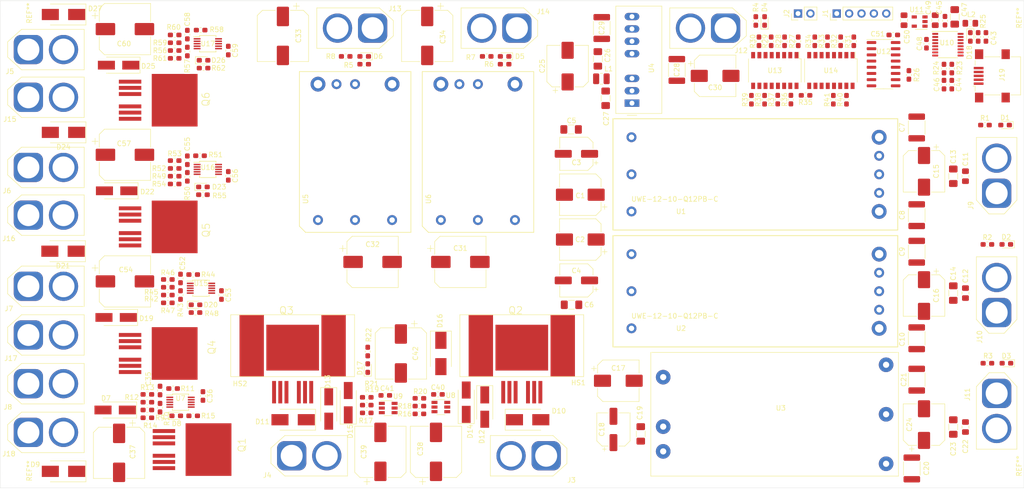
<source format=kicad_pcb>
(kicad_pcb (version 20171130) (host pcbnew "(5.1.4)-1")
  (layers (0 F.Cu signal) (1 In1.Cu signal) (2 In2.Cu signal) (31 B.Cu signal) (34 B.Paste user) (35 F.Paste user) (36 B.SilkS user) (37 F.SilkS user) (38 B.Mask user) (39 F.Mask user) (44 Edge.Cuts user))
  (net 0 "")
  (net 1 GNDPWR)
  (net 2 /Battery_ORing/+BATT)
  (net 3 /DC/DC_conveters/+12V_ISOLATED_1)
  (net 4 /DC/DC_conveters/GND_12V_ISOLATED_1)
  (net 5 /DC/DC_conveters/+12V_ISOLATED_2)
  (net 6 /DC/DC_conveters/GND_12V_ISOLATED_2)
  (net 7 /DC/DC_conveters/+5V_ISOLATED)
  (net 8 /DC/DC_conveters/GND_5V_ISOLATED)
  (net 9 "Net-(C27-Pad1)")
  (net 10 /DC/DC_conveters/+24V_ISOLATED)
  (net 11 /DC/DC_conveters/GND_24V_ISOLATED)
  (net 12 /DC/DC_conveters/+8.4V_1)
  (net 13 /DC/DC_conveters/+8.4V_2)
  (net 14 "Net-(C36-Pad1)")
  (net 15 /Thruster_Switch_4/+Vout)
  (net 16 /Battery_ORing/+BATT_1)
  (net 17 /Battery_ORing/+BATT_2)
  (net 18 "Net-(C41-Pad1)")
  (net 19 GND)
  (net 20 VBUS)
  (net 21 /USB_Interface/VCCIO)
  (net 22 "Net-(C55-Pad1)")
  (net 23 /Thruster_Switch_3/+Vout)
  (net 24 "Net-(C58-Pad1)")
  (net 25 "Net-(C59-Pad1)")
  (net 26 /Thruster_Switch_2/+Vout)
  (net 27 /Thruster_Switch_1/+Vout)
  (net 28 "Net-(D1-Pad2)")
  (net 29 "Net-(D2-Pad2)")
  (net 30 "Net-(D3-Pad2)")
  (net 31 "Net-(D4-Pad2)")
  (net 32 "Net-(D5-Pad2)")
  (net 33 "Net-(D6-Pad2)")
  (net 34 "Net-(D8-Pad1)")
  (net 35 "Net-(D13-Pad1)")
  (net 36 "Net-(D15-Pad2)")
  (net 37 "Net-(D19-Pad1)")
  (net 38 "Net-(D22-Pad1)")
  (net 39 "Net-(D25-Pad1)")
  (net 40 "Net-(D26-Pad2)")
  (net 41 "Net-(D26-Pad1)")
  (net 42 /USB_Interface/RXD)
  (net 43 /USB_Interface/TXD)
  (net 44 /USB_Interface/~RTS)
  (net 45 /USB_Interface/~CTS)
  (net 46 /USB_Interface/OPTO_E)
  (net 47 /USB_Interface/OPTO_C)
  (net 48 "Net-(R5-Pad2)")
  (net 49 "Net-(R6-Pad2)")
  (net 50 "Net-(R10-Pad1)")
  (net 51 "Net-(R10-Pad2)")
  (net 52 "Net-(R13-Pad2)")
  (net 53 "Net-(R14-Pad2)")
  (net 54 "Net-(R16-Pad2)")
  (net 55 "Net-(R17-Pad2)")
  (net 56 "Net-(R18-Pad2)")
  (net 57 "Net-(R19-Pad2)")
  (net 58 "Net-(R25-Pad1)")
  (net 59 "Net-(R26-Pad1)")
  (net 60 "Net-(R27-Pad2)")
  (net 61 "Net-(R27-Pad1)")
  (net 62 "Net-(R28-Pad2)")
  (net 63 "Net-(R28-Pad1)")
  (net 64 "Net-(R29-Pad2)")
  (net 65 "Net-(R29-Pad1)")
  (net 66 "Net-(R30-Pad2)")
  (net 67 "Net-(R30-Pad1)")
  (net 68 "Net-(R31-Pad2)")
  (net 69 "Net-(R31-Pad1)")
  (net 70 "Net-(R32-Pad2)")
  (net 71 "Net-(R32-Pad1)")
  (net 72 "Net-(R33-Pad2)")
  (net 73 "Net-(R33-Pad1)")
  (net 74 "Net-(R34-Pad2)")
  (net 75 "Net-(R34-Pad1)")
  (net 76 "Net-(R35-Pad1)")
  (net 77 /Thruster_Switch_1/EN)
  (net 78 /Thruster_Switch_2/EN)
  (net 79 /Thruster_Switch_3/EN)
  (net 80 /Thruster_Switch_4/EN)
  (net 81 /DC/DC_conveters/EN_12V)
  (net 82 /DC/DC_conveters/EN_5V)
  (net 83 "Net-(R42-Pad2)")
  (net 84 "Net-(R43-Pad2)")
  (net 85 "Net-(R46-Pad2)")
  (net 86 "Net-(R47-Pad2)")
  (net 87 "Net-(R49-Pad2)")
  (net 88 "Net-(R50-Pad2)")
  (net 89 "Net-(R53-Pad2)")
  (net 90 "Net-(R54-Pad2)")
  (net 91 "Net-(R56-Pad2)")
  (net 92 "Net-(R57-Pad2)")
  (net 93 "Net-(R60-Pad2)")
  (net 94 "Net-(R61-Pad2)")
  (net 95 "Net-(U1-Pad6)")
  (net 96 "Net-(U2-Pad6)")
  (net 97 "Net-(U3-Pad6)")
  (net 98 "Net-(U4-Pad8)")
  (net 99 "Net-(U4-Pad3)")
  (net 100 "Net-(U4-Pad5)")
  (net 101 /DC/DC_conveters/EN_8.4V)
  (net 102 "Net-(U8-Pad3)")
  (net 103 "Net-(U9-Pad3)")
  (net 104 "Net-(U10-Pad15)")
  (net 105 "Net-(U10-Pad14)")
  (net 106 "Net-(U10-Pad7)")
  (net 107 "Net-(U11-Pad4)")
  (net 108 "Net-(U12-Pad9)")
  (net 109 /USB_Interface/D-)
  (net 110 /USB_Interface/D+)
  (net 111 /USB_Interface/D_M)
  (net 112 /USB_Interface/D_P)
  (net 113 "Net-(C35-Pad1)")
  (net 114 "Net-(C40-Pad1)")
  (net 115 "Net-(C43-Pad1)")
  (net 116 "Net-(C50-Pad1)")
  (net 117 "Net-(C52-Pad1)")
  (net 118 "Net-(C53-Pad1)")
  (net 119 "Net-(C56-Pad1)")
  (net 120 "Net-(D7-Pad1)")
  (net 121 "Net-(D8-Pad2)")
  (net 122 "Net-(D12-Pad1)")
  (net 123 "Net-(D14-Pad2)")
  (net 124 "Net-(D17-Pad2)")
  (net 125 "Net-(D18-Pad1)")
  (net 126 "Net-(D20-Pad2)")
  (net 127 "Net-(D20-Pad1)")
  (net 128 "Net-(D23-Pad2)")
  (net 129 "Net-(D23-Pad1)")
  (module zeabus:HeatSink-DA-T263-101E (layer F.Cu) (at 105 120.4)
    (fp_text reference HS2 (at -10.8 7.8) (layer F.SilkS))
    (fp_text value DA-T263-101E)
    (pad 1 smd rect (at 8.4 0) (size 5 12.7) (layers F.Cu F.Paste F.Mask) (net 2 /Battery_ORing/+BATT))
    (pad 1 smd rect (at -8.4 0) (size 5 12.7) (layers F.Cu F.Paste F.Mask) (net 2 /Battery_ORing/+BATT))
  )
  (module zeabus:HeatSink-DA-T263-101E (layer F.Cu) (at 152 120.4)
    (fp_text reference HS1 (at 11.6 7.6) (layer F.SilkS))
    (fp_text value DA-T263-101E)
    (pad 1 smd rect (at 8.4 0) (size 5 12.7) (layers F.Cu F.Paste F.Mask) (net 2 /Battery_ORing/+BATT))
    (pad 1 smd rect (at -8.4 0) (size 5 12.7) (layers F.Cu F.Paste F.Mask) (net 2 /Battery_ORing/+BATT))
  )
  (module zeabus:1Pin-TP (layer F.Cu) (at 48 52.6)
    (fp_text reference REF** (at 3 -0.5 90) (layer F.SilkS))
    (fp_text value 1Pin-TP)
    (pad "" np_thru_hole circle (at 0 0) (size 4 4) (drill 4) (layers *.Cu *.Mask))
  )
  (module zeabus:1Pin-TP (layer F.Cu) (at 48 146.6)
    (fp_text reference REF** (at 3 -0.5 90) (layer F.SilkS))
    (fp_text value 1Pin-TP)
    (pad "" np_thru_hole circle (at 0 0) (size 4 4) (drill 4) (layers *.Cu *.Mask))
  )
  (module zeabus:1Pin-TP (layer F.Cu) (at 251 145.6)
    (fp_text reference REF** (at 3 -0.5 90) (layer F.SilkS))
    (fp_text value 1Pin-TP)
    (pad "" np_thru_hole circle (at 0 0) (size 4 4) (drill 4) (layers *.Cu *.Mask))
  )
  (module zeabus:1Pin-TP (layer F.Cu) (at 251 53.6)
    (fp_text reference REF** (at 3 -0.5 90) (layer F.SilkS))
    (fp_text value 1Pin-TP)
    (pad "" np_thru_hole circle (at 0 0) (size 4 4) (drill 4) (layers *.Cu *.Mask))
  )
  (module LED_SMD:LED_0603_1608Metric_Pad1.05x0.95mm_HandSolder (layer F.Cu) (at 86.6 87.8)
    (fp_text reference D23 (at 3.325 0) (layer F.SilkS))
    (fp_text value Thruster_ON)
    (pad 2 smd roundrect (at 0.875 0) (size 1.05 0.95) (layers F.Cu F.Paste F.Mask) (net 128 "Net-(D23-Pad2)"))
    (pad 1 smd roundrect (at -0.875 0) (size 1.05 0.95) (layers F.Cu F.Paste F.Mask) (net 129 "Net-(D23-Pad1)"))
  )
  (module Diode_SMD:D_SMA_Handsoldering (layer F.Cu) (at 68.9 88.6 180)
    (fp_text reference D22 (at -6.3 -0.2) (layer F.SilkS))
    (fp_text value SMAJ17CA)
    (pad 2 smd rect (at 2.5 0 180) (size 3.5 1.8) (layers F.Cu F.Paste F.Mask) (net 26 /Thruster_Switch_2/+Vout))
    (pad 1 smd rect (at -2.5 0 180) (size 3.5 1.8) (layers F.Cu F.Paste F.Mask) (net 38 "Net-(D22-Pad1)"))
  )
  (module Diode_SMD:D_SMB_Handsoldering (layer F.Cu) (at 57.9 101 180)
    (fp_text reference D21 (at 0 -3) (layer F.SilkS))
    (fp_text value SMBJ26A)
    (pad 2 smd rect (at 2.7 0 180) (size 3.5 2.3) (layers F.Cu F.Paste F.Mask) (net 1 GNDPWR))
    (pad 1 smd rect (at -2.7 0 180) (size 3.5 2.3) (layers F.Cu F.Paste F.Mask) (net 23 /Thruster_Switch_3/+Vout))
  )
  (module LED_SMD:LED_0603_1608Metric_Pad1.05x0.95mm_HandSolder (layer F.Cu) (at 85.075 112)
    (fp_text reference D20 (at 3.125 0) (layer F.SilkS))
    (fp_text value Thruster_ON)
    (pad 2 smd roundrect (at 0.875 0) (size 1.05 0.95) (layers F.Cu F.Paste F.Mask) (net 126 "Net-(D20-Pad2)"))
    (pad 1 smd roundrect (at -0.875 0) (size 1.05 0.95) (layers F.Cu F.Paste F.Mask) (net 127 "Net-(D20-Pad1)"))
  )
  (module Diode_SMD:D_SMA_Handsoldering (layer F.Cu) (at 68.8 114.6 180)
    (fp_text reference D19 (at -6.2 -0.2) (layer F.SilkS))
    (fp_text value SMAJ17CA)
    (pad 2 smd rect (at 2.5 0 180) (size 3.5 1.8) (layers F.Cu F.Paste F.Mask) (net 23 /Thruster_Switch_3/+Vout))
    (pad 1 smd rect (at -2.5 0 180) (size 3.5 1.8) (layers F.Cu F.Paste F.Mask) (net 37 "Net-(D19-Pad1)"))
  )
  (module LED_SMD:LED_0603_1608Metric_Pad1.05x0.95mm_HandSolder (layer F.Cu) (at 120.4 125 90)
    (fp_text reference D17 (at 0 -1.6 90) (layer F.SilkS))
    (fp_text value "Main On")
    (pad 2 smd roundrect (at 0.875 0 90) (size 1.05 0.95) (layers F.Cu F.Paste F.Mask) (net 124 "Net-(D17-Pad2)"))
    (pad 1 smd roundrect (at -0.875 0 90) (size 1.05 0.95) (layers F.Cu F.Paste F.Mask) (net 1 GNDPWR))
  )
  (module Diode_SMD:D_SMB_Handsoldering (layer F.Cu) (at 135.4 122 270)
    (fp_text reference D16 (at -6.7 0.2 90) (layer F.SilkS))
    (fp_text value SMBJ26A)
    (pad 2 smd rect (at 2.7 0 270) (size 3.5 2.3) (layers F.Cu F.Paste F.Mask) (net 1 GNDPWR))
    (pad 1 smd rect (at -2.7 0 270) (size 3.5 2.3) (layers F.Cu F.Paste F.Mask) (net 2 /Battery_ORing/+BATT))
  )
  (module Diode_SMD:D_SMA_Handsoldering (layer F.Cu) (at 144.4 133 270)
    (fp_text reference D12 (at 6.1 0.6 90) (layer F.SilkS))
    (fp_text value SMAJ17CA)
    (pad 2 smd rect (at 2.5 0 270) (size 3.5 1.8) (layers F.Cu F.Paste F.Mask) (net 16 /Battery_ORing/+BATT_1))
    (pad 1 smd rect (at -2.5 0 270) (size 3.5 1.8) (layers F.Cu F.Paste F.Mask) (net 122 "Net-(D12-Pad1)"))
  )
  (module Diode_SMD:D_SMB_Handsoldering (layer F.Cu) (at 58 146.2 180)
    (fp_text reference D9 (at 5.8 1.4) (layer F.SilkS))
    (fp_text value SMBJ26A)
    (pad 2 smd rect (at 2.7 0 180) (size 3.5 2.3) (layers F.Cu F.Paste F.Mask) (net 1 GNDPWR))
    (pad 1 smd rect (at -2.7 0 180) (size 3.5 2.3) (layers F.Cu F.Paste F.Mask) (net 15 /Thruster_Switch_4/+Vout))
  )
  (module LED_SMD:LED_0603_1608Metric_Pad1.05x0.95mm_HandSolder (layer F.Cu) (at 81.125 134.8)
    (fp_text reference D8 (at 0.075 1.6) (layer F.SilkS))
    (fp_text value Thruster_ON)
    (pad 2 smd roundrect (at 0.875 0) (size 1.05 0.95) (layers F.Cu F.Paste F.Mask) (net 121 "Net-(D8-Pad2)"))
    (pad 1 smd roundrect (at -0.875 0) (size 1.05 0.95) (layers F.Cu F.Paste F.Mask) (net 34 "Net-(D8-Pad1)"))
  )
  (module Diode_SMD:D_SMA_Handsoldering (layer F.Cu) (at 68.6 133.6 180)
    (fp_text reference D7 (at 1.9 2.4) (layer F.SilkS))
    (fp_text value SMAJ17CA)
    (pad 2 smd rect (at 2.5 0 180) (size 3.5 1.8) (layers F.Cu F.Paste F.Mask) (net 15 /Thruster_Switch_4/+Vout))
    (pad 1 smd rect (at -2.5 0 180) (size 3.5 1.8) (layers F.Cu F.Paste F.Mask) (net 120 "Net-(D7-Pad1)"))
  )
  (module Capacitor_SMD:C_0603_1608Metric_Pad1.05x0.95mm_HandSolder (layer F.Cu) (at 91.8 85.525 270)
    (fp_text reference C56 (at 0 -1.43 90) (layer F.SilkS))
    (fp_text value 150nF)
    (pad 2 smd roundrect (at 0.875 0 270) (size 1.05 0.95) (layers F.Cu F.Paste F.Mask) (net 1 GNDPWR))
    (pad 1 smd roundrect (at -0.875 0 270) (size 1.05 0.95) (layers F.Cu F.Paste F.Mask) (net 119 "Net-(C56-Pad1)"))
  )
  (module Capacitor_SMD:CP_Elec_10x10 (layer F.Cu) (at 70.6 107.2)
    (fp_text reference C54 (at 0.2 -2.4) (layer F.SilkS))
    (fp_text value 220uF)
    (pad 2 smd roundrect (at 4 0) (size 4 2.5) (layers F.Cu F.Paste F.Mask) (roundrect_rratio 0.1) (net 1 GNDPWR))
    (pad 1 smd roundrect (at -4 0) (size 4 2.5) (layers F.Cu F.Paste F.Mask) (roundrect_rratio 0.1) (net 23 /Thruster_Switch_3/+Vout))
  )
  (module Capacitor_SMD:C_0603_1608Metric_Pad1.05x0.95mm_HandSolder (layer F.Cu) (at 90.4 110 270)
    (fp_text reference C53 (at 0 -1.43 90) (layer F.SilkS))
    (fp_text value 150nF)
    (pad 2 smd roundrect (at 0.875 0 270) (size 1.05 0.95) (layers F.Cu F.Paste F.Mask) (net 1 GNDPWR))
    (pad 1 smd roundrect (at -0.875 0 270) (size 1.05 0.95) (layers F.Cu F.Paste F.Mask) (net 118 "Net-(C53-Pad1)"))
  )
  (module Capacitor_SMD:C_0603_1608Metric_Pad1.05x0.95mm_HandSolder (layer F.Cu) (at 228.2 56.6 180)
    (fp_text reference C51 (at 3.2 0.2) (layer F.SilkS))
    (fp_text value 0.1uF)
    (pad 2 smd roundrect (at 0.875 0 180) (size 1.05 0.95) (layers F.Cu F.Paste F.Mask) (net 19 GND))
    (pad 1 smd roundrect (at -0.875 0 180) (size 1.05 0.95) (layers F.Cu F.Paste F.Mask) (net 116 "Net-(C50-Pad1)"))
  )
  (module Capacitor_SMD:C_0805_2012Metric_Pad1.15x1.40mm_HandSolder (layer F.Cu) (at 236.8 53.575 90)
    (fp_text reference C49 (at 2.575 -1.4 90) (layer F.SilkS))
    (fp_text value 1uF)
    (pad 2 smd roundrect (at 1.025 0 90) (size 1.15 1.4) (layers F.Cu F.Paste F.Mask) (roundrect_rratio 0.217391) (net 19 GND))
    (pad 1 smd roundrect (at -1.025 0 90) (size 1.15 1.4) (layers F.Cu F.Paste F.Mask) (roundrect_rratio 0.217391) (net 20 VBUS))
  )
  (module Capacitor_SMD:C_0603_1608Metric_Pad1.05x0.95mm_HandSolder (layer F.Cu) (at 235 58.4 270)
    (fp_text reference C48 (at 0 1.4 90) (layer F.SilkS))
    (fp_text value 0.1uF)
    (pad 2 smd roundrect (at 0.875 0 270) (size 1.05 0.95) (layers F.Cu F.Paste F.Mask) (net 19 GND))
    (pad 1 smd roundrect (at -0.875 0 270) (size 1.05 0.95) (layers F.Cu F.Paste F.Mask) (net 21 /USB_Interface/VCCIO))
  )
  (module Capacitor_SMD:C_1206_3216Metric_Pad1.42x1.75mm_HandSolder (layer F.Cu) (at 240.8 52.8875 90)
    (fp_text reference C47 (at 1.4875 2 90) (layer F.SilkS))
    (fp_text value 4.7uF)
    (pad 2 smd roundrect (at 1.4875 0 90) (size 1.425 1.75) (layers F.Cu F.Paste F.Mask) (roundrect_rratio 0.175439) (net 19 GND))
    (pad 1 smd roundrect (at -1.4875 0 90) (size 1.425 1.75) (layers F.Cu F.Paste F.Mask) (roundrect_rratio 0.175439) (net 20 VBUS))
  )
  (module Capacitor_SMD:C_0603_1608Metric_Pad1.05x0.95mm_HandSolder (layer F.Cu) (at 247.2 57 270)
    (fp_text reference C43 (at 0.275 -1.6 90) (layer F.SilkS))
    (fp_text value 0.01uF)
    (pad 2 smd roundrect (at 0.875 0 270) (size 1.05 0.95) (layers F.Cu F.Paste F.Mask) (net 19 GND))
    (pad 1 smd roundrect (at -0.875 0 270) (size 1.05 0.95) (layers F.Cu F.Paste F.Mask) (net 115 "Net-(C43-Pad1)"))
  )
  (module Capacitor_SMD:CP_Elec_10x10 (layer F.Cu) (at 127.2 122 270)
    (fp_text reference C42 (at 0 -3 90) (layer F.SilkS))
    (fp_text value 220uF)
    (pad 2 smd roundrect (at 4 0 270) (size 4 2.5) (layers F.Cu F.Paste F.Mask) (roundrect_rratio 0.1) (net 1 GNDPWR))
    (pad 1 smd roundrect (at -4 0 270) (size 4 2.5) (layers F.Cu F.Paste F.Mask) (roundrect_rratio 0.1) (net 2 /Battery_ORing/+BATT))
  )
  (module Capacitor_SMD:C_0603_1608Metric_Pad1.05x0.95mm_HandSolder (layer F.Cu) (at 134.8 130.4)
    (fp_text reference C40 (at 0 -1.43) (layer F.SilkS))
    (fp_text value 0.1uF)
    (pad 2 smd roundrect (at 0.875 0) (size 1.05 0.95) (layers F.Cu F.Paste F.Mask) (net 1 GNDPWR))
    (pad 1 smd roundrect (at -0.875 0) (size 1.05 0.95) (layers F.Cu F.Paste F.Mask) (net 114 "Net-(C40-Pad1)"))
  )
  (module Capacitor_SMD:CP_Elec_10x10 (layer F.Cu) (at 69.4 142.4 270)
    (fp_text reference C37 (at -0.2 -2.8 90) (layer F.SilkS))
    (fp_text value 220uF)
    (pad 2 smd roundrect (at 4 0 270) (size 4 2.5) (layers F.Cu F.Paste F.Mask) (roundrect_rratio 0.1) (net 1 GNDPWR))
    (pad 1 smd roundrect (at -4 0 270) (size 4 2.5) (layers F.Cu F.Paste F.Mask) (roundrect_rratio 0.1) (net 15 /Thruster_Switch_4/+Vout))
  )
  (module Capacitor_SMD:C_0603_1608Metric_Pad1.05x0.95mm_HandSolder (layer F.Cu) (at 77.8 129.6 90)
    (fp_text reference C35 (at 2.4 -2.4 90) (layer F.SilkS))
    (fp_text value 0.1uF)
    (pad 2 smd roundrect (at 0.875 0 90) (size 1.05 0.95) (layers F.Cu F.Paste F.Mask) (net 1 GNDPWR))
    (pad 1 smd roundrect (at -0.875 0 90) (size 1.05 0.95) (layers F.Cu F.Paste F.Mask) (net 113 "Net-(C35-Pad1)"))
  )
  (module Package_SO:MSOP-10_3x3mm_P0.5mm (layer F.Cu) (at 87.6 58.4)
    (fp_text reference U17 (at 0 0) (layer F.SilkS))
    (fp_text value LM5060)
    (pad 10 smd rect (at 2.2 -1) (size 1.4 0.3) (layers F.Cu F.Paste F.Mask) (net 39 "Net-(D25-Pad1)"))
    (pad 9 smd rect (at 2.2 -0.5) (size 1.4 0.3) (layers F.Cu F.Paste F.Mask) (net 94 "Net-(R61-Pad2)"))
    (pad 8 smd rect (at 2.2 0) (size 1.4 0.3) (layers F.Cu F.Paste F.Mask) (net 41 "Net-(D26-Pad1)"))
    (pad 7 smd rect (at 2.2 0.5) (size 1.4 0.3) (layers F.Cu F.Paste F.Mask) (net 25 "Net-(C59-Pad1)"))
    (pad 6 smd rect (at 2.2 1) (size 1.4 0.3) (layers F.Cu F.Paste F.Mask) (net 1 GNDPWR))
    (pad 5 smd rect (at -2.2 1) (size 1.4 0.3) (layers F.Cu F.Paste F.Mask) (net 77 /Thruster_Switch_1/EN))
    (pad 4 smd rect (at -2.2 0.5) (size 1.4 0.3) (layers F.Cu F.Paste F.Mask) (net 91 "Net-(R56-Pad2)"))
    (pad 3 smd rect (at -2.2 0) (size 1.4 0.3) (layers F.Cu F.Paste F.Mask) (net 92 "Net-(R57-Pad2)"))
    (pad 2 smd rect (at -2.2 -0.5) (size 1.4 0.3) (layers F.Cu F.Paste F.Mask) (net 24 "Net-(C58-Pad1)"))
    (pad 1 smd rect (at -2.2 -1) (size 1.4 0.3) (layers F.Cu F.Paste F.Mask) (net 93 "Net-(R60-Pad2)"))
  )
  (module Package_SO:MSOP-10_3x3mm_P0.5mm (layer F.Cu) (at 87.6 84.2)
    (fp_text reference U16 (at 0 -0.4) (layer F.SilkS))
    (fp_text value LM5060)
    (pad 10 smd rect (at 2.2 -1) (size 1.4 0.3) (layers F.Cu F.Paste F.Mask) (net 38 "Net-(D22-Pad1)"))
    (pad 9 smd rect (at 2.2 -0.5) (size 1.4 0.3) (layers F.Cu F.Paste F.Mask) (net 90 "Net-(R54-Pad2)"))
    (pad 8 smd rect (at 2.2 0) (size 1.4 0.3) (layers F.Cu F.Paste F.Mask) (net 129 "Net-(D23-Pad1)"))
    (pad 7 smd rect (at 2.2 0.5) (size 1.4 0.3) (layers F.Cu F.Paste F.Mask) (net 119 "Net-(C56-Pad1)"))
    (pad 6 smd rect (at 2.2 1) (size 1.4 0.3) (layers F.Cu F.Paste F.Mask) (net 1 GNDPWR))
    (pad 5 smd rect (at -2.2 1) (size 1.4 0.3) (layers F.Cu F.Paste F.Mask) (net 78 /Thruster_Switch_2/EN))
    (pad 4 smd rect (at -2.2 0.5) (size 1.4 0.3) (layers F.Cu F.Paste F.Mask) (net 87 "Net-(R49-Pad2)"))
    (pad 3 smd rect (at -2.2 0) (size 1.4 0.3) (layers F.Cu F.Paste F.Mask) (net 88 "Net-(R50-Pad2)"))
    (pad 2 smd rect (at -2.2 -0.5) (size 1.4 0.3) (layers F.Cu F.Paste F.Mask) (net 22 "Net-(C55-Pad1)"))
    (pad 1 smd rect (at -2.2 -1) (size 1.4 0.3) (layers F.Cu F.Paste F.Mask) (net 89 "Net-(R53-Pad2)"))
  )
  (module Package_SO:MSOP-10_3x3mm_P0.5mm (layer F.Cu) (at 86.2 108.6)
    (fp_text reference U15 (at 0 -1) (layer F.SilkS))
    (fp_text value LM5060)
    (pad 10 smd rect (at 2.2 -1) (size 1.4 0.3) (layers F.Cu F.Paste F.Mask) (net 37 "Net-(D19-Pad1)"))
    (pad 9 smd rect (at 2.2 -0.5) (size 1.4 0.3) (layers F.Cu F.Paste F.Mask) (net 86 "Net-(R47-Pad2)"))
    (pad 8 smd rect (at 2.2 0) (size 1.4 0.3) (layers F.Cu F.Paste F.Mask) (net 127 "Net-(D20-Pad1)"))
    (pad 7 smd rect (at 2.2 0.5) (size 1.4 0.3) (layers F.Cu F.Paste F.Mask) (net 118 "Net-(C53-Pad1)"))
    (pad 6 smd rect (at 2.2 1) (size 1.4 0.3) (layers F.Cu F.Paste F.Mask) (net 1 GNDPWR))
    (pad 5 smd rect (at -2.2 1) (size 1.4 0.3) (layers F.Cu F.Paste F.Mask) (net 79 /Thruster_Switch_3/EN))
    (pad 4 smd rect (at -2.2 0.5) (size 1.4 0.3) (layers F.Cu F.Paste F.Mask) (net 83 "Net-(R42-Pad2)"))
    (pad 3 smd rect (at -2.2 0) (size 1.4 0.3) (layers F.Cu F.Paste F.Mask) (net 84 "Net-(R43-Pad2)"))
    (pad 2 smd rect (at -2.2 -0.5) (size 1.4 0.3) (layers F.Cu F.Paste F.Mask) (net 117 "Net-(C52-Pad1)"))
    (pad 1 smd rect (at -2.2 -1) (size 1.4 0.3) (layers F.Cu F.Paste F.Mask) (net 85 "Net-(R46-Pad2)"))
  )
  (module Package_SO:SOP-16_4.4x10.4mm_P1.27mm (layer F.Cu) (at 215.4 63.9 270)
    (fp_text reference U14 (at 0 0 180) (layer F.SilkS))
    (fp_text value PS2801C-4)
    (pad 16 smd rect (at 3.15 -4.45 270) (size 1.3 0.8) (layers F.Cu F.Paste F.Mask) (net 2 /Battery_ORing/+BATT))
    (pad 15 smd rect (at 3.15 -3.17 270) (size 1.3 0.8) (layers F.Cu F.Paste F.Mask) (net 81 /DC/DC_conveters/EN_12V))
    (pad 14 smd rect (at 3.15 -1.91 270) (size 1.3 0.8) (layers F.Cu F.Paste F.Mask) (net 76 "Net-(R35-Pad1)"))
    (pad 13 smd rect (at 3.15 -0.64 270) (size 1.3 0.8) (layers F.Cu F.Paste F.Mask) (net 82 /DC/DC_conveters/EN_5V))
    (pad 12 smd rect (at 3.15 0.64 270) (size 1.3 0.8) (layers F.Cu F.Paste F.Mask) (net 101 /DC/DC_conveters/EN_8.4V))
    (pad 11 smd rect (at 3.15 1.91 270) (size 1.3 0.8) (layers F.Cu F.Paste F.Mask) (net 1 GNDPWR))
    (pad 10 smd rect (at 3.15 3.17 270) (size 1.3 0.8) (layers F.Cu F.Paste F.Mask) (net 47 /USB_Interface/OPTO_C))
    (pad 9 smd rect (at 3.15 4.45 270) (size 1.3 0.8) (layers F.Cu F.Paste F.Mask) (net 46 /USB_Interface/OPTO_E))
    (pad 8 smd rect (at -3.15 4.45 270) (size 1.3 0.8) (layers F.Cu F.Paste F.Mask) (net 19 GND))
    (pad 7 smd rect (at -3.15 3.17 270) (size 1.3 0.8) (layers F.Cu F.Paste F.Mask) (net 75 "Net-(R34-Pad1)"))
    (pad 6 smd rect (at -3.15 1.91 270) (size 1.3 0.8) (layers F.Cu F.Paste F.Mask) (net 19 GND))
    (pad 5 smd rect (at -3.15 0.64 270) (size 1.3 0.8) (layers F.Cu F.Paste F.Mask) (net 73 "Net-(R33-Pad1)"))
    (pad 4 smd rect (at -3.15 -0.64 270) (size 1.3 0.8) (layers F.Cu F.Paste F.Mask) (net 19 GND))
    (pad 3 smd rect (at -3.15 -1.91 270) (size 1.3 0.8) (layers F.Cu F.Paste F.Mask) (net 71 "Net-(R32-Pad1)"))
    (pad 2 smd rect (at -3.15 -3.17 270) (size 1.3 0.8) (layers F.Cu F.Paste F.Mask) (net 19 GND))
    (pad 1 smd rect (at -3.15 -4.45 270) (size 1.3 0.8) (layers F.Cu F.Paste F.Mask) (net 69 "Net-(R31-Pad1)"))
  )
  (module Package_SO:SOP-16_4.4x10.4mm_P1.27mm (layer F.Cu) (at 203.9 63.9 270)
    (fp_text reference U13 (at 0 0) (layer F.SilkS))
    (fp_text value PS2801C-4)
    (pad 16 smd rect (at 3.15 -4.45 270) (size 1.3 0.8) (layers F.Cu F.Paste F.Mask) (net 2 /Battery_ORing/+BATT))
    (pad 15 smd rect (at 3.15 -3.17 270) (size 1.3 0.8) (layers F.Cu F.Paste F.Mask) (net 77 /Thruster_Switch_1/EN))
    (pad 14 smd rect (at 3.15 -1.91 270) (size 1.3 0.8) (layers F.Cu F.Paste F.Mask) (net 2 /Battery_ORing/+BATT))
    (pad 13 smd rect (at 3.15 -0.64 270) (size 1.3 0.8) (layers F.Cu F.Paste F.Mask) (net 78 /Thruster_Switch_2/EN))
    (pad 12 smd rect (at 3.15 0.64 270) (size 1.3 0.8) (layers F.Cu F.Paste F.Mask) (net 2 /Battery_ORing/+BATT))
    (pad 11 smd rect (at 3.15 1.91 270) (size 1.3 0.8) (layers F.Cu F.Paste F.Mask) (net 79 /Thruster_Switch_3/EN))
    (pad 10 smd rect (at 3.15 3.17 270) (size 1.3 0.8) (layers F.Cu F.Paste F.Mask) (net 2 /Battery_ORing/+BATT))
    (pad 9 smd rect (at 3.15 4.45 270) (size 1.3 0.8) (layers F.Cu F.Paste F.Mask) (net 80 /Thruster_Switch_4/EN))
    (pad 8 smd rect (at -3.15 4.45 270) (size 1.3 0.8) (layers F.Cu F.Paste F.Mask) (net 19 GND))
    (pad 7 smd rect (at -3.15 3.17 270) (size 1.3 0.8) (layers F.Cu F.Paste F.Mask) (net 67 "Net-(R30-Pad1)"))
    (pad 6 smd rect (at -3.15 1.91 270) (size 1.3 0.8) (layers F.Cu F.Paste F.Mask) (net 19 GND))
    (pad 5 smd rect (at -3.15 0.64 270) (size 1.3 0.8) (layers F.Cu F.Paste F.Mask) (net 65 "Net-(R29-Pad1)"))
    (pad 4 smd rect (at -3.15 -0.64 270) (size 1.3 0.8) (layers F.Cu F.Paste F.Mask) (net 19 GND))
    (pad 3 smd rect (at -3.15 -1.91 270) (size 1.3 0.8) (layers F.Cu F.Paste F.Mask) (net 63 "Net-(R28-Pad1)"))
    (pad 2 smd rect (at -3.15 -3.17 270) (size 1.3 0.8) (layers F.Cu F.Paste F.Mask) (net 19 GND))
    (pad 1 smd rect (at -3.15 -4.45 270) (size 1.3 0.8) (layers F.Cu F.Paste F.Mask) (net 61 "Net-(R27-Pad1)"))
  )
  (module Package_SO:SOIC-16_3.9x9.9mm_P1.27mm (layer F.Cu) (at 226.2 62.6)
    (fp_text reference U12 (at 0 -2.6) (layer F.SilkS))
    (fp_text value 74AHC595D)
    (pad 16 smd roundrect (at 2.475 -4.445) (size 1.95 0.6) (layers F.Cu F.Paste F.Mask) (net 116 "Net-(C50-Pad1)"))
    (pad 15 smd roundrect (at 2.475 -3.175) (size 1.95 0.6) (layers F.Cu F.Paste F.Mask) (net 60 "Net-(R27-Pad2)"))
    (pad 14 smd roundrect (at 2.475 -1.905) (size 1.95 0.6) (layers F.Cu F.Paste F.Mask) (net 104 "Net-(U10-Pad15)"))
    (pad 13 smd roundrect (at 2.475 -0.635) (size 1.95 0.6) (layers F.Cu F.Paste F.Mask) (net 19 GND))
    (pad 12 smd roundrect (at 2.475 0.635) (size 1.95 0.6) (layers F.Cu F.Paste F.Mask) (net 106 "Net-(U10-Pad7)"))
    (pad 11 smd roundrect (at 2.475 1.905) (size 1.95 0.6) (layers F.Cu F.Paste F.Mask) (net 105 "Net-(U10-Pad14)"))
    (pad 10 smd roundrect (at 2.475 3.175) (size 1.95 0.6) (layers F.Cu F.Paste F.Mask) (net 59 "Net-(R26-Pad1)"))
    (pad 9 smd roundrect (at 2.475 4.445) (size 1.95 0.6) (layers F.Cu F.Paste F.Mask) (net 108 "Net-(U12-Pad9)"))
    (pad 8 smd roundrect (at -2.475 4.445) (size 1.95 0.6) (layers F.Cu F.Paste F.Mask) (net 19 GND))
    (pad 7 smd roundrect (at -2.475 3.175) (size 1.95 0.6) (layers F.Cu F.Paste F.Mask) (net 74 "Net-(R34-Pad2)"))
    (pad 6 smd roundrect (at -2.475 1.905) (size 1.95 0.6) (layers F.Cu F.Paste F.Mask) (net 72 "Net-(R33-Pad2)"))
    (pad 5 smd roundrect (at -2.475 0.635) (size 1.95 0.6) (layers F.Cu F.Paste F.Mask) (net 70 "Net-(R32-Pad2)"))
    (pad 4 smd roundrect (at -2.475 -0.635) (size 1.95 0.6) (layers F.Cu F.Paste F.Mask) (net 68 "Net-(R31-Pad2)"))
    (pad 3 smd roundrect (at -2.475 -1.905) (size 1.95 0.6) (layers F.Cu F.Paste F.Mask) (net 66 "Net-(R30-Pad2)"))
    (pad 2 smd roundrect (at -2.475 -3.175) (size 1.95 0.6) (layers F.Cu F.Paste F.Mask) (net 64 "Net-(R29-Pad2)"))
    (pad 1 smd roundrect (at -2.475 -4.445) (size 1.95 0.6) (layers F.Cu F.Paste F.Mask) (net 62 "Net-(R28-Pad2)"))
  )
  (module Package_TO_SOT_SMD:SOT-23-5 (layer F.Cu) (at 233.6 53.85 180)
    (fp_text reference U11 (at 0.6 2.45) (layer F.SilkS))
    (fp_text value MIC5504-3.3YM5)
    (pad 5 smd rect (at 1.1 -0.95 180) (size 1.06 0.65) (layers F.Cu F.Paste F.Mask) (net 116 "Net-(C50-Pad1)"))
    (pad 4 smd rect (at 1.1 0.95 180) (size 1.06 0.65) (layers F.Cu F.Paste F.Mask) (net 107 "Net-(U11-Pad4)"))
    (pad 3 smd rect (at -1.1 0.95 180) (size 1.06 0.65) (layers F.Cu F.Paste F.Mask) (net 20 VBUS))
    (pad 2 smd rect (at -1.1 0 180) (size 1.06 0.65) (layers F.Cu F.Paste F.Mask) (net 19 GND))
    (pad 1 smd rect (at -1.1 -0.95 180) (size 1.06 0.65) (layers F.Cu F.Paste F.Mask) (net 20 VBUS))
  )
  (module Package_SO:SSOP-16_3.9x4.9mm_P0.635mm (layer F.Cu) (at 239.4 58.6)
    (fp_text reference U10 (at -0.2 -0.4) (layer F.SilkS))
    (fp_text value FT230XS)
    (pad 16 smd rect (at 2.6 -2.2225) (size 1.2 0.4) (layers F.Cu F.Paste F.Mask) (net 58 "Net-(R25-Pad1)"))
    (pad 15 smd rect (at 2.6 -1.5875) (size 1.2 0.4) (layers F.Cu F.Paste F.Mask) (net 104 "Net-(U10-Pad15)"))
    (pad 14 smd rect (at 2.6 -0.9525) (size 1.2 0.4) (layers F.Cu F.Paste F.Mask) (net 105 "Net-(U10-Pad14)"))
    (pad 13 smd rect (at 2.6 -0.3175) (size 1.2 0.4) (layers F.Cu F.Paste F.Mask) (net 19 GND))
    (pad 12 smd rect (at 2.6 0.3175) (size 1.2 0.4) (layers F.Cu F.Paste F.Mask) (net 20 VBUS))
    (pad 11 smd rect (at 2.6 0.9525) (size 1.2 0.4) (layers F.Cu F.Paste F.Mask) (net 21 /USB_Interface/VCCIO))
    (pad 10 smd rect (at 2.6 1.5875) (size 1.2 0.4) (layers F.Cu F.Paste F.Mask) (net 21 /USB_Interface/VCCIO))
    (pad 9 smd rect (at 2.6 2.2225) (size 1.2 0.4) (layers F.Cu F.Paste F.Mask) (net 111 /USB_Interface/D_M))
    (pad 8 smd rect (at -2.6 2.2225) (size 1.2 0.4) (layers F.Cu F.Paste F.Mask) (net 112 /USB_Interface/D_P))
    (pad 7 smd rect (at -2.6 1.5875) (size 1.2 0.4) (layers F.Cu F.Paste F.Mask) (net 106 "Net-(U10-Pad7)"))
    (pad 6 smd rect (at -2.6 0.9525) (size 1.2 0.4) (layers F.Cu F.Paste F.Mask) (net 45 /USB_Interface/~CTS))
    (pad 5 smd rect (at -2.6 0.3175) (size 1.2 0.4) (layers F.Cu F.Paste F.Mask) (net 19 GND))
    (pad 4 smd rect (at -2.6 -0.3175) (size 1.2 0.4) (layers F.Cu F.Paste F.Mask) (net 42 /USB_Interface/RXD))
    (pad 3 smd rect (at -2.6 -0.9525) (size 1.2 0.4) (layers F.Cu F.Paste F.Mask) (net 21 /USB_Interface/VCCIO))
    (pad 2 smd rect (at -2.6 -1.5875) (size 1.2 0.4) (layers F.Cu F.Paste F.Mask) (net 44 /USB_Interface/~RTS))
    (pad 1 smd rect (at -2.6 -2.2225) (size 1.2 0.4) (layers F.Cu F.Paste F.Mask) (net 43 /USB_Interface/TXD))
  )
  (module Package_TO_SOT_SMD:TSOT-23-6 (layer F.Cu) (at 124.6 133.2)
    (fp_text reference U9 (at 2 -2.4) (layer F.SilkS))
    (fp_text value LM5050-1)
    (pad 6 smd rect (at 1.31 -0.95) (size 1.22 0.65) (layers F.Cu F.Paste F.Mask) (net 57 "Net-(R19-Pad2)"))
    (pad 5 smd rect (at 1.31 0) (size 1.22 0.65) (layers F.Cu F.Paste F.Mask) (net 35 "Net-(D13-Pad1)"))
    (pad 4 smd rect (at 1.31 0.95) (size 1.22 0.65) (layers F.Cu F.Paste F.Mask) (net 55 "Net-(R17-Pad2)"))
    (pad 3 smd rect (at -1.31 0.95) (size 1.22 0.65) (layers F.Cu F.Paste F.Mask) (net 103 "Net-(U9-Pad3)"))
    (pad 2 smd rect (at -1.31 0) (size 1.22 0.65) (layers F.Cu F.Paste F.Mask) (net 36 "Net-(D15-Pad2)"))
    (pad 1 smd rect (at -1.31 -0.95) (size 1.22 0.65) (layers F.Cu F.Paste F.Mask) (net 18 "Net-(C41-Pad1)"))
  )
  (module Package_TO_SOT_SMD:TSOT-23-6 (layer F.Cu) (at 135.4 133)
    (fp_text reference U8 (at 2 -2.4) (layer F.SilkS))
    (fp_text value LM5050-1)
    (pad 6 smd rect (at 1.31 -0.95) (size 1.22 0.65) (layers F.Cu F.Paste F.Mask) (net 56 "Net-(R18-Pad2)"))
    (pad 5 smd rect (at 1.31 0) (size 1.22 0.65) (layers F.Cu F.Paste F.Mask) (net 122 "Net-(D12-Pad1)"))
    (pad 4 smd rect (at 1.31 0.95) (size 1.22 0.65) (layers F.Cu F.Paste F.Mask) (net 54 "Net-(R16-Pad2)"))
    (pad 3 smd rect (at -1.31 0.95) (size 1.22 0.65) (layers F.Cu F.Paste F.Mask) (net 102 "Net-(U8-Pad3)"))
    (pad 2 smd rect (at -1.31 0) (size 1.22 0.65) (layers F.Cu F.Paste F.Mask) (net 123 "Net-(D14-Pad2)"))
    (pad 1 smd rect (at -1.31 -0.95) (size 1.22 0.65) (layers F.Cu F.Paste F.Mask) (net 114 "Net-(C40-Pad1)"))
  )
  (module Package_SO:MSOP-10_3x3mm_P0.5mm (layer F.Cu) (at 82 132)
    (fp_text reference U7 (at 0 -0.8) (layer F.SilkS))
    (fp_text value LM5060)
    (pad 10 smd rect (at 2.2 -1) (size 1.4 0.3) (layers F.Cu F.Paste F.Mask) (net 120 "Net-(D7-Pad1)"))
    (pad 9 smd rect (at 2.2 -0.5) (size 1.4 0.3) (layers F.Cu F.Paste F.Mask) (net 53 "Net-(R14-Pad2)"))
    (pad 8 smd rect (at 2.2 0) (size 1.4 0.3) (layers F.Cu F.Paste F.Mask) (net 34 "Net-(D8-Pad1)"))
    (pad 7 smd rect (at 2.2 0.5) (size 1.4 0.3) (layers F.Cu F.Paste F.Mask) (net 14 "Net-(C36-Pad1)"))
    (pad 6 smd rect (at 2.2 1) (size 1.4 0.3) (layers F.Cu F.Paste F.Mask) (net 1 GNDPWR))
    (pad 5 smd rect (at -2.2 1) (size 1.4 0.3) (layers F.Cu F.Paste F.Mask) (net 80 /Thruster_Switch_4/EN))
    (pad 4 smd rect (at -2.2 0.5) (size 1.4 0.3) (layers F.Cu F.Paste F.Mask) (net 50 "Net-(R10-Pad1)"))
    (pad 3 smd rect (at -2.2 0) (size 1.4 0.3) (layers F.Cu F.Paste F.Mask) (net 51 "Net-(R10-Pad2)"))
    (pad 2 smd rect (at -2.2 -0.5) (size 1.4 0.3) (layers F.Cu F.Paste F.Mask) (net 113 "Net-(C35-Pad1)"))
    (pad 1 smd rect (at -2.2 -1) (size 1.4 0.3) (layers F.Cu F.Paste F.Mask) (net 52 "Net-(R13-Pad2)"))
  )
  (module zeabus:I6A (layer F.Cu) (at 135.4 94.6 90)
    (fp_text reference U6 (at 4.318 -2.54 90) (layer F.SilkS))
    (fp_text value i6A4W020A033V-001-R)
    (pad 6 thru_hole circle (at 27.9 7.6 90) (size 2.032 2.032) (drill 1.1176) (layers *.Cu *.Mask) (net 49 "Net-(R6-Pad2)"))
    (pad 7 thru_hole circle (at 27.9 3.8 90) (size 2.032 2.032) (drill 1.1176) (layers *.Cu *.Mask) (net 13 /DC/DC_conveters/+8.4V_2))
    (pad 4 thru_hole circle (at 27.9 15.2 90) (size 3.048 3.048) (drill 1.7272) (layers *.Cu *.Mask Eco1.User) (net 1 GNDPWR))
    (pad 8 thru_hole circle (at 27.9 0 90) (size 3.048 3.048) (drill 1.7272) (layers *.Cu *.Mask Eco1.User) (net 13 /DC/DC_conveters/+8.4V_2))
    (pad 1 thru_hole circle (at 0 0 90) (size 2.032 2.032) (drill 1.1176) (layers *.Cu *.Mask) (net 2 /Battery_ORing/+BATT))
    (pad 3 thru_hole circle (at 0 15.2 90) (size 2.032 2.032) (drill 1.1176) (layers *.Cu *.Mask Eco1.User) (net 1 GNDPWR))
    (pad 2 thru_hole circle (at 0 7.6 90) (size 2.032 2.032) (drill 1.1176) (layers *.Cu *.Mask) (net 101 /DC/DC_conveters/EN_8.4V))
  )
  (module zeabus:I6A (layer F.Cu) (at 110.2 94.6 90)
    (fp_text reference U5 (at 4.318 -2.54 90) (layer F.SilkS))
    (fp_text value i6A4W020A033V-001-R)
    (pad 6 thru_hole circle (at 27.9 7.6 90) (size 2.032 2.032) (drill 1.1176) (layers *.Cu *.Mask) (net 48 "Net-(R5-Pad2)"))
    (pad 7 thru_hole circle (at 27.9 3.8 90) (size 2.032 2.032) (drill 1.1176) (layers *.Cu *.Mask) (net 12 /DC/DC_conveters/+8.4V_1))
    (pad 4 thru_hole circle (at 27.9 15.2 90) (size 3.048 3.048) (drill 1.7272) (layers *.Cu *.Mask Eco1.User) (net 1 GNDPWR))
    (pad 8 thru_hole circle (at 27.9 0 90) (size 3.048 3.048) (drill 1.7272) (layers *.Cu *.Mask Eco1.User) (net 12 /DC/DC_conveters/+8.4V_1))
    (pad 1 thru_hole circle (at 0 0 90) (size 2.032 2.032) (drill 1.1176) (layers *.Cu *.Mask) (net 2 /Battery_ORing/+BATT))
    (pad 3 thru_hole circle (at 0 15.2 90) (size 2.032 2.032) (drill 1.1176) (layers *.Cu *.Mask Eco1.User) (net 1 GNDPWR))
    (pad 2 thru_hole circle (at 0 7.6 90) (size 2.032 2.032) (drill 1.1176) (layers *.Cu *.Mask) (net 101 /DC/DC_conveters/EN_8.4V))
  )
  (module Converter_DCDC:Converter_DCDC_TRACO_TMR-xxxx_THT (layer F.Cu) (at 174.6 70.6 90)
    (fp_text reference U4 (at 7.2 4 90) (layer F.SilkS))
    (fp_text value TMR_6-2415WI)
    (pad 8 thru_hole oval (at 17.78 0 90) (size 1.5 3) (drill 1) (layers *.Cu *.Mask) (net 98 "Net-(U4-Pad8)"))
    (pad 7 thru_hole oval (at 15.24 0 90) (size 1.5 3) (drill 1) (layers *.Cu *.Mask) (net 11 /DC/DC_conveters/GND_24V_ISOLATED))
    (pad 3 thru_hole oval (at 5.08 0 90) (size 1.5 3) (drill 1) (layers *.Cu *.Mask) (net 99 "Net-(U4-Pad3)"))
    (pad 6 thru_hole oval (at 12.7 0 90) (size 1.5 3) (drill 1) (layers *.Cu *.Mask) (net 10 /DC/DC_conveters/+24V_ISOLATED))
    (pad 5 thru_hole oval (at 10.16 0 90) (size 1.5 3) (drill 1) (layers *.Cu *.Mask) (net 100 "Net-(U4-Pad5)"))
    (pad 2 thru_hole oval (at 2.54 0 90) (size 1.5 3) (drill 1) (layers *.Cu *.Mask) (net 9 "Net-(C27-Pad1)"))
    (pad 1 thru_hole rect (at 0 0 90) (size 1.5 3) (drill 1) (layers *.Cu *.Mask) (net 1 GNDPWR))
  )
  (module zeabus:UEI30 (layer F.Cu) (at 181 142.1 180)
    (fp_text reference U3 (at -24.13 8.89) (layer F.SilkS))
    (fp_text value UEI30-050-Q12P-C)
    (pad 6 thru_hole circle (at -45.72 17.78 180) (size 3 3) (drill 1.27) (layers *.Cu *.Mask) (net 97 "Net-(U3-Pad6)"))
    (pad 5 thru_hole circle (at -45.72 7.62 180) (size 3 3) (drill 1.27) (layers *.Cu *.Mask) (net 8 /DC/DC_conveters/GND_5V_ISOLATED))
    (pad 4 thru_hole circle (at -45.72 -2.54 180) (size 3 3) (drill 1.27) (layers *.Cu *.Mask) (net 7 /DC/DC_conveters/+5V_ISOLATED))
    (pad 3 thru_hole circle (at 0 15.24 180) (size 3 3) (drill 1.27) (layers *.Cu *.Mask) (net 82 /DC/DC_conveters/EN_5V))
    (pad 2 thru_hole circle (at 0 5.08 180) (size 3 3) (drill 1.27) (layers *.Cu *.Mask) (net 1 GNDPWR))
    (pad 1 thru_hole circle (at 0 0 180) (size 3 3) (drill 1.27) (layers *.Cu *.Mask) (net 2 /Battery_ORing/+BATT))
  )
  (module zeabus:UWE-xxxx (layer F.Cu) (at 174.5 101.6)
    (fp_text reference U2 (at 10.16 15.24 180) (layer F.SilkS))
    (fp_text value UWE-12-10-Q12PB-C (at 8.89 12.7 180) (layer F.SilkS))
    (pad 1 thru_hole circle (at 0 0) (size 2.032 2.032) (drill 1.1176) (layers *.Cu *.Mask) (net 2 /Battery_ORing/+BATT))
    (pad 2 thru_hole circle (at 0 7.62) (size 2.032 2.032) (drill 1.1176) (layers *.Cu *.Mask) (net 81 /DC/DC_conveters/EN_12V))
    (pad 3 thru_hole circle (at 0 15.24) (size 2.032 2.032) (drill 1.1176) (layers *.Cu *.Mask) (net 1 GNDPWR))
    (pad 4 thru_hole circle (at 50.8 15.24) (size 3.048 3.048) (drill 1.7272) (layers *.Cu *.Mask) (net 6 /DC/DC_conveters/GND_12V_ISOLATED_2))
    (pad 5 thru_hole circle (at 50.8 11.43) (size 2.032 2.032) (drill 1.1176) (layers *.Cu *.Mask) (net 6 /DC/DC_conveters/GND_12V_ISOLATED_2))
    (pad 6 thru_hole circle (at 50.8 7.62) (size 2.032 2.032) (drill 1.1176) (layers *.Cu *.Mask) (net 96 "Net-(U2-Pad6)"))
    (pad 7 thru_hole circle (at 50.8 3.81) (size 2.032 2.032) (drill 1.1176) (layers *.Cu *.Mask) (net 5 /DC/DC_conveters/+12V_ISOLATED_2))
    (pad 8 thru_hole circle (at 50.8 0) (size 3.048 3.048) (drill 1.7272) (layers *.Cu *.Mask) (net 5 /DC/DC_conveters/+12V_ISOLATED_2))
  )
  (module zeabus:UWE-xxxx (layer F.Cu) (at 174.5 77.6)
    (fp_text reference U1 (at 10.16 15.24 180) (layer F.SilkS))
    (fp_text value UWE-12-10-Q12PB-C (at 8.89 12.7 180) (layer F.SilkS))
    (pad 1 thru_hole circle (at 0 0) (size 2.032 2.032) (drill 1.1176) (layers *.Cu *.Mask) (net 2 /Battery_ORing/+BATT))
    (pad 2 thru_hole circle (at 0 7.62) (size 2.032 2.032) (drill 1.1176) (layers *.Cu *.Mask) (net 81 /DC/DC_conveters/EN_12V))
    (pad 3 thru_hole circle (at 0 15.24) (size 2.032 2.032) (drill 1.1176) (layers *.Cu *.Mask) (net 1 GNDPWR))
    (pad 4 thru_hole circle (at 50.8 15.24) (size 3.048 3.048) (drill 1.7272) (layers *.Cu *.Mask) (net 4 /DC/DC_conveters/GND_12V_ISOLATED_1))
    (pad 5 thru_hole circle (at 50.8 11.43) (size 2.032 2.032) (drill 1.1176) (layers *.Cu *.Mask) (net 4 /DC/DC_conveters/GND_12V_ISOLATED_1))
    (pad 6 thru_hole circle (at 50.8 7.62) (size 2.032 2.032) (drill 1.1176) (layers *.Cu *.Mask) (net 95 "Net-(U1-Pad6)"))
    (pad 7 thru_hole circle (at 50.8 3.81) (size 2.032 2.032) (drill 1.1176) (layers *.Cu *.Mask) (net 3 /DC/DC_conveters/+12V_ISOLATED_1))
    (pad 8 thru_hole circle (at 50.8 0) (size 3.048 3.048) (drill 1.7272) (layers *.Cu *.Mask) (net 3 /DC/DC_conveters/+12V_ISOLATED_1))
  )
  (module Resistor_SMD:R_0603_1608Metric_Pad1.05x0.95mm_HandSolder (layer F.Cu) (at 86.725 63.4)
    (fp_text reference R62 (at 3.075 0) (layer F.SilkS))
    (fp_text value 10k)
    (pad 2 smd roundrect (at 0.875 0) (size 1.05 0.95) (layers F.Cu F.Paste F.Mask) (net 40 "Net-(D26-Pad2)"))
    (pad 1 smd roundrect (at -0.875 0) (size 1.05 0.95) (layers F.Cu F.Paste F.Mask) (net 2 /Battery_ORing/+BATT))
  )
  (module Resistor_SMD:R_0603_1608Metric_Pad1.05x0.95mm_HandSolder (layer F.Cu) (at 80.8 61.4)
    (fp_text reference R61 (at -3 0) (layer F.SilkS))
    (fp_text value 10k)
    (pad 2 smd roundrect (at 0.875 0) (size 1.05 0.95) (layers F.Cu F.Paste F.Mask) (net 94 "Net-(R61-Pad2)"))
    (pad 1 smd roundrect (at -0.875 0) (size 1.05 0.95) (layers F.Cu F.Paste F.Mask) (net 27 /Thruster_Switch_1/+Vout))
  )
  (module Resistor_SMD:R_0603_1608Metric_Pad1.05x0.95mm_HandSolder (layer F.Cu) (at 80.8 56.6)
    (fp_text reference R60 (at -0.2 -1.6) (layer F.SilkS))
    (fp_text value 8.66k)
    (pad 2 smd roundrect (at 0.875 0) (size 1.05 0.95) (layers F.Cu F.Paste F.Mask) (net 93 "Net-(R60-Pad2)"))
    (pad 1 smd roundrect (at -0.875 0) (size 1.05 0.95) (layers F.Cu F.Paste F.Mask) (net 2 /Battery_ORing/+BATT))
  )
  (module Resistor_SMD:R_0603_1608Metric_Pad1.05x0.95mm_HandSolder (layer F.Cu) (at 80.8 58.2)
    (fp_text reference R59 (at -3 0) (layer F.SilkS))
    (fp_text value 100)
    (pad 2 smd roundrect (at 0.875 0) (size 1.05 0.95) (layers F.Cu F.Paste F.Mask) (net 24 "Net-(C58-Pad1)"))
    (pad 1 smd roundrect (at -0.875 0) (size 1.05 0.95) (layers F.Cu F.Paste F.Mask) (net 2 /Battery_ORing/+BATT))
  )
  (module Resistor_SMD:R_0603_1608Metric_Pad1.05x0.95mm_HandSolder (layer F.Cu) (at 86.125 55.6 180)
    (fp_text reference R58 (at -3.3 0.1) (layer F.SilkS))
    (fp_text value 1.27k)
    (pad 2 smd roundrect (at 0.875 0 180) (size 1.05 0.95) (layers F.Cu F.Paste F.Mask) (net 1 GNDPWR))
    (pad 1 smd roundrect (at -0.875 0 180) (size 1.05 0.95) (layers F.Cu F.Paste F.Mask) (net 92 "Net-(R57-Pad2)"))
  )
  (module Resistor_SMD:R_0603_1608Metric_Pad1.05x0.95mm_HandSolder (layer F.Cu) (at 83.4 60 90)
    (fp_text reference R57 (at -3 0 90) (layer F.SilkS))
    (fp_text value 160)
    (pad 2 smd roundrect (at 0.875 0 90) (size 1.05 0.95) (layers F.Cu F.Paste F.Mask) (net 92 "Net-(R57-Pad2)"))
    (pad 1 smd roundrect (at -0.875 0 90) (size 1.05 0.95) (layers F.Cu F.Paste F.Mask) (net 91 "Net-(R56-Pad2)"))
  )
  (module Resistor_SMD:R_0603_1608Metric_Pad1.05x0.95mm_HandSolder (layer F.Cu) (at 80.8 59.8)
    (fp_text reference R56 (at -3 0) (layer F.SilkS))
    (fp_text value 10k)
    (pad 2 smd roundrect (at 0.875 0) (size 1.05 0.95) (layers F.Cu F.Paste F.Mask) (net 91 "Net-(R56-Pad2)"))
    (pad 1 smd roundrect (at -0.875 0) (size 1.05 0.95) (layers F.Cu F.Paste F.Mask) (net 2 /Battery_ORing/+BATT))
  )
  (module Resistor_SMD:R_0603_1608Metric_Pad1.05x0.95mm_HandSolder (layer F.Cu) (at 86.6 89.4)
    (fp_text reference R55 (at 3.4 0.2) (layer F.SilkS))
    (fp_text value 10k)
    (pad 2 smd roundrect (at 0.875 0) (size 1.05 0.95) (layers F.Cu F.Paste F.Mask) (net 128 "Net-(D23-Pad2)"))
    (pad 1 smd roundrect (at -0.875 0) (size 1.05 0.95) (layers F.Cu F.Paste F.Mask) (net 2 /Battery_ORing/+BATT))
  )
  (module Resistor_SMD:R_0603_1608Metric_Pad1.05x0.95mm_HandSolder (layer F.Cu) (at 80.8 87.2)
    (fp_text reference R54 (at -3.2 0) (layer F.SilkS))
    (fp_text value 10k)
    (pad 2 smd roundrect (at 0.875 0) (size 1.05 0.95) (layers F.Cu F.Paste F.Mask) (net 90 "Net-(R54-Pad2)"))
    (pad 1 smd roundrect (at -0.875 0) (size 1.05 0.95) (layers F.Cu F.Paste F.Mask) (net 26 /Thruster_Switch_2/+Vout))
  )
  (module Resistor_SMD:R_0603_1608Metric_Pad1.05x0.95mm_HandSolder (layer F.Cu) (at 80.8 82.4)
    (fp_text reference R53 (at 0 -1.43) (layer F.SilkS))
    (fp_text value 8.66k)
    (pad 2 smd roundrect (at 0.875 0) (size 1.05 0.95) (layers F.Cu F.Paste F.Mask) (net 89 "Net-(R53-Pad2)"))
    (pad 1 smd roundrect (at -0.875 0) (size 1.05 0.95) (layers F.Cu F.Paste F.Mask) (net 2 /Battery_ORing/+BATT))
  )
  (module Resistor_SMD:R_0603_1608Metric_Pad1.05x0.95mm_HandSolder (layer F.Cu) (at 80.8 84)
    (fp_text reference R52 (at -3.2 0) (layer F.SilkS))
    (fp_text value 100)
    (pad 2 smd roundrect (at 0.875 0) (size 1.05 0.95) (layers F.Cu F.Paste F.Mask) (net 22 "Net-(C55-Pad1)"))
    (pad 1 smd roundrect (at -0.875 0) (size 1.05 0.95) (layers F.Cu F.Paste F.Mask) (net 2 /Battery_ORing/+BATT))
  )
  (module Resistor_SMD:R_0603_1608Metric_Pad1.05x0.95mm_HandSolder (layer F.Cu) (at 86 81.4 180)
    (fp_text reference R51 (at -3.2 0.2) (layer F.SilkS))
    (fp_text value 1.27k)
    (pad 2 smd roundrect (at 0.875 0 180) (size 1.05 0.95) (layers F.Cu F.Paste F.Mask) (net 1 GNDPWR))
    (pad 1 smd roundrect (at -0.875 0 180) (size 1.05 0.95) (layers F.Cu F.Paste F.Mask) (net 88 "Net-(R50-Pad2)"))
  )
  (module Resistor_SMD:R_0603_1608Metric_Pad1.05x0.95mm_HandSolder (layer F.Cu) (at 83.4 85.725 90)
    (fp_text reference R50 (at -3.4 0 90) (layer F.SilkS))
    (fp_text value 160)
    (pad 2 smd roundrect (at 0.875 0 90) (size 1.05 0.95) (layers F.Cu F.Paste F.Mask) (net 88 "Net-(R50-Pad2)"))
    (pad 1 smd roundrect (at -0.875 0 90) (size 1.05 0.95) (layers F.Cu F.Paste F.Mask) (net 87 "Net-(R49-Pad2)"))
  )
  (module Resistor_SMD:R_0603_1608Metric_Pad1.05x0.95mm_HandSolder (layer F.Cu) (at 80.8 85.6)
    (fp_text reference R49 (at -3.2 0) (layer F.SilkS))
    (fp_text value 10k)
    (pad 2 smd roundrect (at 0.875 0) (size 1.05 0.95) (layers F.Cu F.Paste F.Mask) (net 87 "Net-(R49-Pad2)"))
    (pad 1 smd roundrect (at -0.875 0) (size 1.05 0.95) (layers F.Cu F.Paste F.Mask) (net 2 /Battery_ORing/+BATT))
  )
  (module Resistor_SMD:R_0603_1608Metric_Pad1.05x0.95mm_HandSolder (layer F.Cu) (at 85.075 113.6)
    (fp_text reference R48 (at 3.325 0.2) (layer F.SilkS))
    (fp_text value 10k)
    (pad 2 smd roundrect (at 0.875 0) (size 1.05 0.95) (layers F.Cu F.Paste F.Mask) (net 126 "Net-(D20-Pad2)"))
    (pad 1 smd roundrect (at -0.875 0) (size 1.05 0.95) (layers F.Cu F.Paste F.Mask) (net 2 /Battery_ORing/+BATT))
  )
  (module Resistor_SMD:R_0603_1608Metric_Pad1.05x0.95mm_HandSolder (layer F.Cu) (at 79.4 111.6)
    (fp_text reference R47 (at 0 1.6) (layer F.SilkS))
    (fp_text value 10k)
    (pad 2 smd roundrect (at 0.875 0) (size 1.05 0.95) (layers F.Cu F.Paste F.Mask) (net 86 "Net-(R47-Pad2)"))
    (pad 1 smd roundrect (at -0.875 0) (size 1.05 0.95) (layers F.Cu F.Paste F.Mask) (net 23 /Thruster_Switch_3/+Vout))
  )
  (module Resistor_SMD:R_0603_1608Metric_Pad1.05x0.95mm_HandSolder (layer F.Cu) (at 79.4 106.8)
    (fp_text reference R46 (at 0 -1.4) (layer F.SilkS))
    (fp_text value 8.66k)
    (pad 2 smd roundrect (at 0.875 0) (size 1.05 0.95) (layers F.Cu F.Paste F.Mask) (net 85 "Net-(R46-Pad2)"))
    (pad 1 smd roundrect (at -0.875 0) (size 1.05 0.95) (layers F.Cu F.Paste F.Mask) (net 2 /Battery_ORing/+BATT))
  )
  (module Resistor_SMD:R_0603_1608Metric_Pad1.05x0.95mm_HandSolder (layer F.Cu) (at 79.4 108.4)
    (fp_text reference R45 (at -3.4 1) (layer F.SilkS))
    (fp_text value 100)
    (pad 2 smd roundrect (at 0.875 0) (size 1.05 0.95) (layers F.Cu F.Paste F.Mask) (net 117 "Net-(C52-Pad1)"))
    (pad 1 smd roundrect (at -0.875 0) (size 1.05 0.95) (layers F.Cu F.Paste F.Mask) (net 2 /Battery_ORing/+BATT))
  )
  (module Resistor_SMD:R_0603_1608Metric_Pad1.05x0.95mm_HandSolder (layer F.Cu) (at 84.6 105.8 180)
    (fp_text reference R44 (at -3.075 0) (layer F.SilkS))
    (fp_text value 1.27k)
    (pad 2 smd roundrect (at 0.875 0 180) (size 1.05 0.95) (layers F.Cu F.Paste F.Mask) (net 1 GNDPWR))
    (pad 1 smd roundrect (at -0.875 0 180) (size 1.05 0.95) (layers F.Cu F.Paste F.Mask) (net 84 "Net-(R43-Pad2)"))
  )
  (module Resistor_SMD:R_0603_1608Metric_Pad1.05x0.95mm_HandSolder (layer F.Cu) (at 82 110 90)
    (fp_text reference R43 (at -3.075 0 90) (layer F.SilkS))
    (fp_text value 160)
    (pad 2 smd roundrect (at 0.875 0 90) (size 1.05 0.95) (layers F.Cu F.Paste F.Mask) (net 84 "Net-(R43-Pad2)"))
    (pad 1 smd roundrect (at -0.875 0 90) (size 1.05 0.95) (layers F.Cu F.Paste F.Mask) (net 83 "Net-(R42-Pad2)"))
  )
  (module Resistor_SMD:R_0603_1608Metric_Pad1.05x0.95mm_HandSolder (layer F.Cu) (at 79.4 110)
    (fp_text reference R42 (at -3.4 0.8) (layer F.SilkS))
    (fp_text value 10k)
    (pad 2 smd roundrect (at 0.875 0) (size 1.05 0.95) (layers F.Cu F.Paste F.Mask) (net 83 "Net-(R42-Pad2)"))
    (pad 1 smd roundrect (at -0.875 0) (size 1.05 0.95) (layers F.Cu F.Paste F.Mask) (net 2 /Battery_ORing/+BATT))
  )
  (module Resistor_SMD:R_0603_1608Metric_Pad1.05x0.95mm_HandSolder (layer F.Cu) (at 215.9 69.9 90)
    (fp_text reference R41 (at 0 -1.3 90) (layer F.SilkS))
    (fp_text value 3.3k)
    (pad 2 smd roundrect (at 0.875 0 90) (size 1.05 0.95) (layers F.Cu F.Paste F.Mask) (net 82 /DC/DC_conveters/EN_5V))
    (pad 1 smd roundrect (at -0.875 0 90) (size 1.05 0.95) (layers F.Cu F.Paste F.Mask) (net 1 GNDPWR))
  )
  (module Resistor_SMD:R_0603_1608Metric_Pad1.05x0.95mm_HandSolder (layer F.Cu) (at 218.6 69.9 90)
    (fp_text reference R40 (at 0 -1.3 90) (layer F.SilkS))
    (fp_text value 3.3k)
    (pad 2 smd roundrect (at 0.875 0 90) (size 1.05 0.95) (layers F.Cu F.Paste F.Mask) (net 81 /DC/DC_conveters/EN_12V))
    (pad 1 smd roundrect (at -0.875 0 90) (size 1.05 0.95) (layers F.Cu F.Paste F.Mask) (net 1 GNDPWR))
  )
  (module Resistor_SMD:R_0603_1608Metric_Pad1.05x0.95mm_HandSolder (layer F.Cu) (at 199.1 69.9 90)
    (fp_text reference R39 (at 0 -1.3 90) (layer F.SilkS))
    (fp_text value 3.3k)
    (pad 2 smd roundrect (at 0.875 0 90) (size 1.05 0.95) (layers F.Cu F.Paste F.Mask) (net 80 /Thruster_Switch_4/EN))
    (pad 1 smd roundrect (at -0.875 0 90) (size 1.05 0.95) (layers F.Cu F.Paste F.Mask) (net 1 GNDPWR))
  )
  (module Resistor_SMD:R_0603_1608Metric_Pad1.05x0.95mm_HandSolder (layer F.Cu) (at 201.8 69.9 90)
    (fp_text reference R38 (at 0 -1.3 90) (layer F.SilkS))
    (fp_text value 3.3k)
    (pad 2 smd roundrect (at 0.875 0 90) (size 1.05 0.95) (layers F.Cu F.Paste F.Mask) (net 79 /Thruster_Switch_3/EN))
    (pad 1 smd roundrect (at -0.875 0 90) (size 1.05 0.95) (layers F.Cu F.Paste F.Mask) (net 1 GNDPWR))
  )
  (module Resistor_SMD:R_0603_1608Metric_Pad1.05x0.95mm_HandSolder (layer F.Cu) (at 204.5 69.875 90)
    (fp_text reference R37 (at -0.025 -1.3 90) (layer F.SilkS))
    (fp_text value 3.3k)
    (pad 2 smd roundrect (at 0.875 0 90) (size 1.05 0.95) (layers F.Cu F.Paste F.Mask) (net 78 /Thruster_Switch_2/EN))
    (pad 1 smd roundrect (at -0.875 0 90) (size 1.05 0.95) (layers F.Cu F.Paste F.Mask) (net 1 GNDPWR))
  )
  (module Resistor_SMD:R_0603_1608Metric_Pad1.05x0.95mm_HandSolder (layer F.Cu) (at 207.2 69.875 90)
    (fp_text reference R36 (at 0 -1.3 90) (layer F.SilkS))
    (fp_text value 3.3k)
    (pad 2 smd roundrect (at 0.875 0 90) (size 1.05 0.95) (layers F.Cu F.Paste F.Mask) (net 77 /Thruster_Switch_1/EN))
    (pad 1 smd roundrect (at -0.875 0 90) (size 1.05 0.95) (layers F.Cu F.Paste F.Mask) (net 1 GNDPWR))
  )
  (module Resistor_SMD:R_0603_1608Metric_Pad1.05x0.95mm_HandSolder (layer F.Cu) (at 210.2 69 180)
    (fp_text reference R35 (at 0 -1.43) (layer F.SilkS))
    (fp_text value 1k)
    (pad 2 smd roundrect (at 0.875 0 180) (size 1.05 0.95) (layers F.Cu F.Paste F.Mask) (net 2 /Battery_ORing/+BATT))
    (pad 1 smd roundrect (at -0.875 0 180) (size 1.05 0.95) (layers F.Cu F.Paste F.Mask) (net 76 "Net-(R35-Pad1)"))
  )
  (module Resistor_SMD:R_0603_1608Metric_Pad1.05x0.95mm_HandSolder (layer F.Cu) (at 212.1 57.9 90)
    (fp_text reference R34 (at 0 -1.3 90) (layer F.SilkS))
    (fp_text value 220)
    (pad 2 smd roundrect (at 0.875 0 90) (size 1.05 0.95) (layers F.Cu F.Paste F.Mask) (net 74 "Net-(R34-Pad2)"))
    (pad 1 smd roundrect (at -0.875 0 90) (size 1.05 0.95) (layers F.Cu F.Paste F.Mask) (net 75 "Net-(R34-Pad1)"))
  )
  (module Resistor_SMD:R_0603_1608Metric_Pad1.05x0.95mm_HandSolder (layer F.Cu) (at 214.7 57.9 90)
    (fp_text reference R33 (at 0 -1.2 90) (layer F.SilkS))
    (fp_text value 200)
    (pad 2 smd roundrect (at 0.875 0 90) (size 1.05 0.95) (layers F.Cu F.Paste F.Mask) (net 72 "Net-(R33-Pad2)"))
    (pad 1 smd roundrect (at -0.875 0 90) (size 1.05 0.95) (layers F.Cu F.Paste F.Mask) (net 73 "Net-(R33-Pad1)"))
  )
  (module Resistor_SMD:R_0603_1608Metric_Pad1.05x0.95mm_HandSolder (layer F.Cu) (at 217.4 57.9 90)
    (fp_text reference R32 (at 0 -1.3 90) (layer F.SilkS))
    (fp_text value 200)
    (pad 2 smd roundrect (at 0.875 0 90) (size 1.05 0.95) (layers F.Cu F.Paste F.Mask) (net 70 "Net-(R32-Pad2)"))
    (pad 1 smd roundrect (at -0.875 0 90) (size 1.05 0.95) (layers F.Cu F.Paste F.Mask) (net 71 "Net-(R32-Pad1)"))
  )
  (module Resistor_SMD:R_0603_1608Metric_Pad1.05x0.95mm_HandSolder (layer F.Cu) (at 220.1 57.9 90)
    (fp_text reference R31 (at 0 -1.2 90) (layer F.SilkS))
    (fp_text value 200)
    (pad 2 smd roundrect (at 0.875 0 90) (size 1.05 0.95) (layers F.Cu F.Paste F.Mask) (net 68 "Net-(R31-Pad2)"))
    (pad 1 smd roundrect (at -0.875 0 90) (size 1.05 0.95) (layers F.Cu F.Paste F.Mask) (net 69 "Net-(R31-Pad1)"))
  )
  (module Resistor_SMD:R_0603_1608Metric_Pad1.05x0.95mm_HandSolder (layer F.Cu) (at 200.65 57.9 90)
    (fp_text reference R30 (at 0 -1.25 90) (layer F.SilkS))
    (fp_text value 200)
    (pad 2 smd roundrect (at 0.875 0 90) (size 1.05 0.95) (layers F.Cu F.Paste F.Mask) (net 66 "Net-(R30-Pad2)"))
    (pad 1 smd roundrect (at -0.875 0 90) (size 1.05 0.95) (layers F.Cu F.Paste F.Mask) (net 67 "Net-(R30-Pad1)"))
  )
  (module Resistor_SMD:R_0603_1608Metric_Pad1.05x0.95mm_HandSolder (layer F.Cu) (at 203.15 57.9 90)
    (fp_text reference R29 (at 0 -1.25 90) (layer F.SilkS))
    (fp_text value 200)
    (pad 2 smd roundrect (at 0.875 0 90) (size 1.05 0.95) (layers F.Cu F.Paste F.Mask) (net 64 "Net-(R29-Pad2)"))
    (pad 1 smd roundrect (at -0.875 0 90) (size 1.05 0.95) (layers F.Cu F.Paste F.Mask) (net 65 "Net-(R29-Pad1)"))
  )
  (module Resistor_SMD:R_0603_1608Metric_Pad1.05x0.95mm_HandSolder (layer F.Cu) (at 205.9 57.9 90)
    (fp_text reference R28 (at 0 -1.25 90) (layer F.SilkS))
    (fp_text value 200)
    (pad 2 smd roundrect (at 0.875 0 90) (size 1.05 0.95) (layers F.Cu F.Paste F.Mask) (net 62 "Net-(R28-Pad2)"))
    (pad 1 smd roundrect (at -0.875 0 90) (size 1.05 0.95) (layers F.Cu F.Paste F.Mask) (net 63 "Net-(R28-Pad1)"))
  )
  (module Resistor_SMD:R_0603_1608Metric_Pad1.05x0.95mm_HandSolder (layer F.Cu) (at 208.7 57.9 90)
    (fp_text reference R27 (at 0 -1.25 90) (layer F.SilkS))
    (fp_text value 200)
    (pad 2 smd roundrect (at 0.875 0 90) (size 1.05 0.95) (layers F.Cu F.Paste F.Mask) (net 60 "Net-(R27-Pad2)"))
    (pad 1 smd roundrect (at -0.875 0 90) (size 1.05 0.95) (layers F.Cu F.Paste F.Mask) (net 61 "Net-(R27-Pad1)"))
  )
  (module Resistor_SMD:R_0603_1608Metric_Pad1.05x0.95mm_HandSolder (layer F.Cu) (at 231.4 64.8 90)
    (fp_text reference R26 (at 0 1.6 90) (layer F.SilkS))
    (fp_text value 10k)
    (pad 2 smd roundrect (at 0.875 0 90) (size 1.05 0.95) (layers F.Cu F.Paste F.Mask) (net 116 "Net-(C50-Pad1)"))
    (pad 1 smd roundrect (at -0.875 0 90) (size 1.05 0.95) (layers F.Cu F.Paste F.Mask) (net 59 "Net-(R26-Pad1)"))
  )
  (module Resistor_SMD:R_0603_1608Metric_Pad1.05x0.95mm_HandSolder (layer F.Cu) (at 245.6 57 90)
    (fp_text reference R25 (at 3.2 1 90) (layer F.SilkS))
    (fp_text value 270)
    (pad 2 smd roundrect (at 0.875 0 90) (size 1.05 0.95) (layers F.Cu F.Paste F.Mask) (net 125 "Net-(D18-Pad1)"))
    (pad 1 smd roundrect (at -0.875 0 90) (size 1.05 0.95) (layers F.Cu F.Paste F.Mask) (net 58 "Net-(R25-Pad1)"))
  )
  (module Resistor_SMD:R_0603_1608Metric_Pad1.05x0.95mm_HandSolder (layer F.Cu) (at 238.6 63.5 270)
    (fp_text reference R24 (at -0.125 1.6 90) (layer F.SilkS))
    (fp_text value 27)
    (pad 2 smd roundrect (at 0.875 0 270) (size 1.05 0.95) (layers F.Cu F.Paste F.Mask) (net 110 /USB_Interface/D+))
    (pad 1 smd roundrect (at -0.875 0 270) (size 1.05 0.95) (layers F.Cu F.Paste F.Mask) (net 112 /USB_Interface/D_P))
  )
  (module Resistor_SMD:R_0603_1608Metric_Pad1.05x0.95mm_HandSolder (layer F.Cu) (at 240.2 63.5 270)
    (fp_text reference R23 (at -0.125 -1.6 90) (layer F.SilkS))
    (fp_text value 27)
    (pad 2 smd roundrect (at 0.875 0 270) (size 1.05 0.95) (layers F.Cu F.Paste F.Mask) (net 109 /USB_Interface/D-))
    (pad 1 smd roundrect (at -0.875 0 270) (size 1.05 0.95) (layers F.Cu F.Paste F.Mask) (net 111 /USB_Interface/D_M))
  )
  (module Resistor_SMD:R_0603_1608Metric_Pad1.05x0.95mm_HandSolder (layer F.Cu) (at 120.4 121.6 270)
    (fp_text reference R22 (at -3.4 -0.2 90) (layer F.SilkS))
    (fp_text value 5.6k)
    (pad 2 smd roundrect (at 0.875 0 270) (size 1.05 0.95) (layers F.Cu F.Paste F.Mask) (net 124 "Net-(D17-Pad2)"))
    (pad 1 smd roundrect (at -0.875 0 270) (size 1.05 0.95) (layers F.Cu F.Paste F.Mask) (net 2 /Battery_ORing/+BATT))
  )
  (module Resistor_SMD:R_0603_1608Metric_Pad1.05x0.95mm_HandSolder (layer F.Cu) (at 120.2 131)
    (fp_text reference R21 (at 1 -2.8) (layer F.SilkS))
    (fp_text value 100)
    (pad 2 smd roundrect (at 0.875 0) (size 1.05 0.95) (layers F.Cu F.Paste F.Mask) (net 18 "Net-(C41-Pad1)"))
    (pad 1 smd roundrect (at -0.875 0) (size 1.05 0.95) (layers F.Cu F.Paste F.Mask) (net 2 /Battery_ORing/+BATT))
  )
  (module Resistor_SMD:R_0603_1608Metric_Pad1.05x0.95mm_HandSolder (layer F.Cu) (at 131 131.2)
    (fp_text reference R20 (at 0.2 -1.4) (layer F.SilkS))
    (fp_text value 100)
    (pad 2 smd roundrect (at 0.875 0) (size 1.05 0.95) (layers F.Cu F.Paste F.Mask) (net 114 "Net-(C40-Pad1)"))
    (pad 1 smd roundrect (at -0.875 0) (size 1.05 0.95) (layers F.Cu F.Paste F.Mask) (net 2 /Battery_ORing/+BATT))
  )
  (module Resistor_SMD:R_0603_1608Metric_Pad1.05x0.95mm_HandSolder (layer F.Cu) (at 120.2 132.6)
    (fp_text reference R19 (at 1.075 -3.2) (layer F.SilkS))
    (fp_text value 0)
    (pad 2 smd roundrect (at 0.875 0) (size 1.05 0.95) (layers F.Cu F.Paste F.Mask) (net 57 "Net-(R19-Pad2)"))
    (pad 1 smd roundrect (at -0.875 0) (size 1.05 0.95) (layers F.Cu F.Paste F.Mask) (net 2 /Battery_ORing/+BATT))
  )
  (module Resistor_SMD:R_0603_1608Metric_Pad1.05x0.95mm_HandSolder (layer F.Cu) (at 131 132.8)
    (fp_text reference R18 (at -3 0) (layer F.SilkS))
    (fp_text value 0)
    (pad 2 smd roundrect (at 0.875 0) (size 1.05 0.95) (layers F.Cu F.Paste F.Mask) (net 56 "Net-(R18-Pad2)"))
    (pad 1 smd roundrect (at -0.875 0) (size 1.05 0.95) (layers F.Cu F.Paste F.Mask) (net 2 /Battery_ORing/+BATT))
  )
  (module Resistor_SMD:R_0603_1608Metric_Pad1.05x0.95mm_HandSolder (layer F.Cu) (at 120.2 134.2)
    (fp_text reference R17 (at -0.2 1.6) (layer F.SilkS))
    (fp_text value 0)
    (pad 2 smd roundrect (at 0.875 0) (size 1.05 0.95) (layers F.Cu F.Paste F.Mask) (net 55 "Net-(R17-Pad2)"))
    (pad 1 smd roundrect (at -0.875 0) (size 1.05 0.95) (layers F.Cu F.Paste F.Mask) (net 17 /Battery_ORing/+BATT_2))
  )
  (module Resistor_SMD:R_0603_1608Metric_Pad1.05x0.95mm_HandSolder (layer F.Cu) (at 131 134.4)
    (fp_text reference R16 (at -3 0) (layer F.SilkS))
    (fp_text value 0)
    (pad 2 smd roundrect (at 0.875 0) (size 1.05 0.95) (layers F.Cu F.Paste F.Mask) (net 54 "Net-(R16-Pad2)"))
    (pad 1 smd roundrect (at -0.875 0) (size 1.05 0.95) (layers F.Cu F.Paste F.Mask) (net 16 /Battery_ORing/+BATT_1))
  )
  (module Resistor_SMD:R_0603_1608Metric_Pad1.05x0.95mm_HandSolder (layer F.Cu) (at 84.6 134.8 180)
    (fp_text reference R15 (at -3.075 0) (layer F.SilkS))
    (fp_text value 10k)
    (pad 2 smd roundrect (at 0.875 0 180) (size 1.05 0.95) (layers F.Cu F.Paste F.Mask) (net 121 "Net-(D8-Pad2)"))
    (pad 1 smd roundrect (at -0.875 0 180) (size 1.05 0.95) (layers F.Cu F.Paste F.Mask) (net 2 /Battery_ORing/+BATT))
  )
  (module Resistor_SMD:R_0603_1608Metric_Pad1.05x0.95mm_HandSolder (layer F.Cu) (at 75.2 135.2)
    (fp_text reference R14 (at 0.6 1.6) (layer F.SilkS))
    (fp_text value 10k)
    (pad 2 smd roundrect (at 0.875 0) (size 1.05 0.95) (layers F.Cu F.Paste F.Mask) (net 53 "Net-(R14-Pad2)"))
    (pad 1 smd roundrect (at -0.875 0) (size 1.05 0.95) (layers F.Cu F.Paste F.Mask) (net 15 /Thruster_Switch_4/+Vout))
  )
  (module Resistor_SMD:R_0603_1608Metric_Pad1.05x0.95mm_HandSolder (layer F.Cu) (at 75.2 130.4)
    (fp_text reference R13 (at 0 -1.43) (layer F.SilkS))
    (fp_text value 8.66k)
    (pad 2 smd roundrect (at 0.875 0) (size 1.05 0.95) (layers F.Cu F.Paste F.Mask) (net 52 "Net-(R13-Pad2)"))
    (pad 1 smd roundrect (at -0.875 0) (size 1.05 0.95) (layers F.Cu F.Paste F.Mask) (net 2 /Battery_ORing/+BATT))
  )
  (module Resistor_SMD:R_0603_1608Metric_Pad1.05x0.95mm_HandSolder (layer F.Cu) (at 75.2 132)
    (fp_text reference R12 (at -3.2 -1) (layer F.SilkS))
    (fp_text value 100)
    (pad 2 smd roundrect (at 0.875 0) (size 1.05 0.95) (layers F.Cu F.Paste F.Mask) (net 113 "Net-(C35-Pad1)"))
    (pad 1 smd roundrect (at -0.875 0) (size 1.05 0.95) (layers F.Cu F.Paste F.Mask) (net 2 /Battery_ORing/+BATT))
  )
  (module Resistor_SMD:R_0603_1608Metric_Pad1.05x0.95mm_HandSolder (layer F.Cu) (at 80.475 129.2 180)
    (fp_text reference R11 (at -3 0) (layer F.SilkS))
    (fp_text value 1.27k)
    (pad 2 smd roundrect (at 0.875 0 180) (size 1.05 0.95) (layers F.Cu F.Paste F.Mask) (net 1 GNDPWR))
    (pad 1 smd roundrect (at -0.875 0 180) (size 1.05 0.95) (layers F.Cu F.Paste F.Mask) (net 51 "Net-(R10-Pad2)"))
  )
  (module Resistor_SMD:R_0603_1608Metric_Pad1.05x0.95mm_HandSolder (layer F.Cu) (at 77.8 133.125 90)
    (fp_text reference R10 (at -2.275 1.4 90) (layer F.SilkS))
    (fp_text value 160)
    (pad 2 smd roundrect (at 0.875 0 90) (size 1.05 0.95) (layers F.Cu F.Paste F.Mask) (net 51 "Net-(R10-Pad2)"))
    (pad 1 smd roundrect (at -0.875 0 90) (size 1.05 0.95) (layers F.Cu F.Paste F.Mask) (net 50 "Net-(R10-Pad1)"))
  )
  (module Resistor_SMD:R_0603_1608Metric_Pad1.05x0.95mm_HandSolder (layer F.Cu) (at 75.2 133.6)
    (fp_text reference R9 (at 2.6 1.6) (layer F.SilkS))
    (fp_text value 10k)
    (pad 2 smd roundrect (at 0.875 0) (size 1.05 0.95) (layers F.Cu F.Paste F.Mask) (net 50 "Net-(R10-Pad1)"))
    (pad 1 smd roundrect (at -0.875 0) (size 1.05 0.95) (layers F.Cu F.Paste F.Mask) (net 2 /Battery_ORing/+BATT))
  )
  (module Resistor_SMD:R_0603_1608Metric_Pad1.05x0.95mm_HandSolder (layer F.Cu) (at 115.875 61)
    (fp_text reference R8 (at -3.075 0) (layer F.SilkS))
    (fp_text value 2.4k)
    (pad 2 smd roundrect (at 0.875 0) (size 1.05 0.95) (layers F.Cu F.Paste F.Mask) (net 33 "Net-(D6-Pad2)"))
    (pad 1 smd roundrect (at -0.875 0) (size 1.05 0.95) (layers F.Cu F.Paste F.Mask) (net 12 /DC/DC_conveters/+8.4V_1))
  )
  (module Resistor_SMD:R_0603_1608Metric_Pad1.05x0.95mm_HandSolder (layer F.Cu) (at 144.8 61)
    (fp_text reference R7 (at -3.275 0.2) (layer F.SilkS))
    (fp_text value 2.4k)
    (pad 2 smd roundrect (at 0.875 0) (size 1.05 0.95) (layers F.Cu F.Paste F.Mask) (net 32 "Net-(D5-Pad2)"))
    (pad 1 smd roundrect (at -0.875 0) (size 1.05 0.95) (layers F.Cu F.Paste F.Mask) (net 13 /DC/DC_conveters/+8.4V_2))
  )
  (module Resistor_SMD:R_0603_1608Metric_Pad1.05x0.95mm_HandSolder (layer F.Cu) (at 148.475 62.6 180)
    (fp_text reference R6 (at 3.2 0) (layer F.SilkS))
    (fp_text value 3.3k)
    (pad 2 smd roundrect (at 0.875 0 180) (size 1.05 0.95) (layers F.Cu F.Paste F.Mask) (net 49 "Net-(R6-Pad2)"))
    (pad 1 smd roundrect (at -0.875 0 180) (size 1.05 0.95) (layers F.Cu F.Paste F.Mask) (net 1 GNDPWR))
  )
  (module Resistor_SMD:R_0603_1608Metric_Pad1.05x0.95mm_HandSolder (layer F.Cu) (at 119.675 62.6 180)
    (fp_text reference R5 (at 3.2 -0.2) (layer F.SilkS))
    (fp_text value 3.3k)
    (pad 2 smd roundrect (at 0.875 0 180) (size 1.05 0.95) (layers F.Cu F.Paste F.Mask) (net 48 "Net-(R5-Pad2)"))
    (pad 1 smd roundrect (at -0.875 0 180) (size 1.05 0.95) (layers F.Cu F.Paste F.Mask) (net 1 GNDPWR))
  )
  (module Resistor_SMD:R_0603_1608Metric_Pad1.05x0.95mm_HandSolder (layer F.Cu) (at 200 53.725 90)
    (fp_text reference R4 (at 2.8 0 90) (layer F.SilkS))
    (fp_text value 7.5k)
    (pad 2 smd roundrect (at 0.875 0 90) (size 1.05 0.95) (layers F.Cu F.Paste F.Mask) (net 31 "Net-(D4-Pad2)"))
    (pad 1 smd roundrect (at -0.875 0 90) (size 1.05 0.95) (layers F.Cu F.Paste F.Mask) (net 10 /DC/DC_conveters/+24V_ISOLATED))
  )
  (module Resistor_SMD:R_0603_1608Metric_Pad1.05x0.95mm_HandSolder (layer F.Cu) (at 247.5 124)
    (fp_text reference R3 (at 0.125 -1.5) (layer F.SilkS))
    (fp_text value 1k)
    (pad 2 smd roundrect (at 0.875 0) (size 1.05 0.95) (layers F.Cu F.Paste F.Mask) (net 30 "Net-(D3-Pad2)"))
    (pad 1 smd roundrect (at -0.875 0) (size 1.05 0.95) (layers F.Cu F.Paste F.Mask) (net 7 /DC/DC_conveters/+5V_ISOLATED))
  )
  (module Resistor_SMD:R_0603_1608Metric_Pad1.05x0.95mm_HandSolder (layer F.Cu) (at 247.5 99.6)
    (fp_text reference R2 (at 0 -1.43) (layer F.SilkS))
    (fp_text value 3.6k)
    (pad 2 smd roundrect (at 0.875 0) (size 1.05 0.95) (layers F.Cu F.Paste F.Mask) (net 29 "Net-(D2-Pad2)"))
    (pad 1 smd roundrect (at -0.875 0) (size 1.05 0.95) (layers F.Cu F.Paste F.Mask) (net 5 /DC/DC_conveters/+12V_ISOLATED_2))
  )
  (module Resistor_SMD:R_0603_1608Metric_Pad1.05x0.95mm_HandSolder (layer F.Cu) (at 247 75.1)
    (fp_text reference R1 (at 0 -1.43) (layer F.SilkS))
    (fp_text value 3.6k)
    (pad 2 smd roundrect (at 0.875 0) (size 1.05 0.95) (layers F.Cu F.Paste F.Mask) (net 28 "Net-(D1-Pad2)"))
    (pad 1 smd roundrect (at -0.875 0) (size 1.05 0.95) (layers F.Cu F.Paste F.Mask) (net 3 /DC/DC_conveters/+12V_ISOLATED_1))
  )
  (module zeabus:D2PAK-7 (layer F.Cu) (at 80.8 70 270)
    (fp_text reference Q6 (at -0.2 -6.4 90) (layer F.SilkS) (effects (font (size 1.5 1.5))))
    (fp_text value AUIRFS8409-7P)
    (pad G smd rect (at -3.81 9.144 270) (size 0.8 4.6) (layers F.Cu F.Paste F.Mask) (net 39 "Net-(D25-Pad1)"))
    (pad D smd rect (at 0 0 270) (size 10.8 9.4) (layers F.Cu F.Paste F.Mask) (net 2 /Battery_ORing/+BATT))
    (pad S smd rect (at -2.54 9.144 270) (size 0.8 4.6) (layers F.Cu F.Paste F.Mask) (net 27 /Thruster_Switch_1/+Vout))
    (pad S smd rect (at -1.27 9.144 270) (size 0.8 4.6) (layers F.Cu F.Paste F.Mask) (net 27 /Thruster_Switch_1/+Vout))
    (pad S smd rect (at 1.27 9.144 270) (size 0.8 4.6) (layers F.Cu F.Paste F.Mask) (net 27 /Thruster_Switch_1/+Vout))
    (pad S smd rect (at 3.81 9.144 270) (size 0.8 4.6) (layers F.Cu F.Paste F.Mask) (net 27 /Thruster_Switch_1/+Vout))
    (pad S smd rect (at 2.54 9.144 270) (size 0.8 4.6) (layers F.Cu F.Paste F.Mask) (net 27 /Thruster_Switch_1/+Vout))
  )
  (module zeabus:D2PAK-7 (layer F.Cu) (at 80.8 96.01 270)
    (fp_text reference Q5 (at 0.67 -6.456 90) (layer F.SilkS) (effects (font (size 1.5 1.5))))
    (fp_text value AUIRFS8409-7P)
    (pad G smd rect (at -3.81 9.144 270) (size 0.8 4.6) (layers F.Cu F.Paste F.Mask) (net 38 "Net-(D22-Pad1)"))
    (pad D smd rect (at 0 0 270) (size 10.8 9.4) (layers F.Cu F.Paste F.Mask) (net 2 /Battery_ORing/+BATT))
    (pad S smd rect (at -2.54 9.144 270) (size 0.8 4.6) (layers F.Cu F.Paste F.Mask) (net 26 /Thruster_Switch_2/+Vout))
    (pad S smd rect (at -1.27 9.144 270) (size 0.8 4.6) (layers F.Cu F.Paste F.Mask) (net 26 /Thruster_Switch_2/+Vout))
    (pad S smd rect (at 1.27 9.144 270) (size 0.8 4.6) (layers F.Cu F.Paste F.Mask) (net 26 /Thruster_Switch_2/+Vout))
    (pad S smd rect (at 3.81 9.144 270) (size 0.8 4.6) (layers F.Cu F.Paste F.Mask) (net 26 /Thruster_Switch_2/+Vout))
    (pad S smd rect (at 2.54 9.144 270) (size 0.8 4.6) (layers F.Cu F.Paste F.Mask) (net 26 /Thruster_Switch_2/+Vout))
  )
  (module zeabus:D2PAK-7 (layer F.Cu) (at 80.8 122 270)
    (fp_text reference Q4 (at -1.27 -7.62 90) (layer F.SilkS) (effects (font (size 1.5 1.5))))
    (fp_text value AUIRFS8409-7P)
    (pad G smd rect (at -3.81 9.144 270) (size 0.8 4.6) (layers F.Cu F.Paste F.Mask) (net 37 "Net-(D19-Pad1)"))
    (pad D smd rect (at 0 0 270) (size 10.8 9.4) (layers F.Cu F.Paste F.Mask) (net 2 /Battery_ORing/+BATT))
    (pad S smd rect (at -2.54 9.144 270) (size 0.8 4.6) (layers F.Cu F.Paste F.Mask) (net 23 /Thruster_Switch_3/+Vout))
    (pad S smd rect (at -1.27 9.144 270) (size 0.8 4.6) (layers F.Cu F.Paste F.Mask) (net 23 /Thruster_Switch_3/+Vout))
    (pad S smd rect (at 1.27 9.144 270) (size 0.8 4.6) (layers F.Cu F.Paste F.Mask) (net 23 /Thruster_Switch_3/+Vout))
    (pad S smd rect (at 3.81 9.144 270) (size 0.8 4.6) (layers F.Cu F.Paste F.Mask) (net 23 /Thruster_Switch_3/+Vout))
    (pad S smd rect (at 2.54 9.144 270) (size 0.8 4.6) (layers F.Cu F.Paste F.Mask) (net 23 /Thruster_Switch_3/+Vout))
  )
  (module zeabus:D2PAK-7 (layer F.Cu) (at 105 120.8)
    (fp_text reference Q3 (at -1.27 -7.62) (layer F.SilkS) (effects (font (size 1.5 1.5))))
    (fp_text value IPB009N03L_G)
    (pad G smd rect (at -3.81 9.144) (size 0.8 4.6) (layers F.Cu F.Paste F.Mask) (net 35 "Net-(D13-Pad1)"))
    (pad D smd rect (at 0 0) (size 10.8 9.4) (layers F.Cu F.Paste F.Mask) (net 2 /Battery_ORing/+BATT))
    (pad S smd rect (at -2.54 9.144) (size 0.8 4.6) (layers F.Cu F.Paste F.Mask) (net 17 /Battery_ORing/+BATT_2))
    (pad S smd rect (at -1.27 9.144) (size 0.8 4.6) (layers F.Cu F.Paste F.Mask) (net 17 /Battery_ORing/+BATT_2))
    (pad S smd rect (at 1.27 9.144) (size 0.8 4.6) (layers F.Cu F.Paste F.Mask) (net 17 /Battery_ORing/+BATT_2))
    (pad S smd rect (at 3.81 9.144) (size 0.8 4.6) (layers F.Cu F.Paste F.Mask) (net 17 /Battery_ORing/+BATT_2))
    (pad S smd rect (at 2.54 9.144) (size 0.8 4.6) (layers F.Cu F.Paste F.Mask) (net 17 /Battery_ORing/+BATT_2))
  )
  (module zeabus:D2PAK-7 (layer F.Cu) (at 152 120.8)
    (fp_text reference Q2 (at -1.27 -7.62) (layer F.SilkS) (effects (font (size 1.5 1.5))))
    (fp_text value IPB009N03LG)
    (pad G smd rect (at -3.81 9.144) (size 0.8 4.6) (layers F.Cu F.Paste F.Mask) (net 122 "Net-(D12-Pad1)"))
    (pad D smd rect (at 0 0) (size 10.8 9.4) (layers F.Cu F.Paste F.Mask) (net 2 /Battery_ORing/+BATT))
    (pad S smd rect (at -2.54 9.144) (size 0.8 4.6) (layers F.Cu F.Paste F.Mask) (net 16 /Battery_ORing/+BATT_1))
    (pad S smd rect (at -1.27 9.144) (size 0.8 4.6) (layers F.Cu F.Paste F.Mask) (net 16 /Battery_ORing/+BATT_1))
    (pad S smd rect (at 1.27 9.144) (size 0.8 4.6) (layers F.Cu F.Paste F.Mask) (net 16 /Battery_ORing/+BATT_1))
    (pad S smd rect (at 3.81 9.144) (size 0.8 4.6) (layers F.Cu F.Paste F.Mask) (net 16 /Battery_ORing/+BATT_1))
    (pad S smd rect (at 2.54 9.144) (size 0.8 4.6) (layers F.Cu F.Paste F.Mask) (net 16 /Battery_ORing/+BATT_1))
  )
  (module zeabus:D2PAK-7 (layer F.Cu) (at 87.744 141.73 270)
    (fp_text reference Q1 (at -0.93 -6.856 90) (layer F.SilkS) (effects (font (size 1.5 1.5))))
    (fp_text value AUIRFS8409-7P)
    (pad G smd rect (at -3.81 9.144 270) (size 0.8 4.6) (layers F.Cu F.Paste F.Mask) (net 120 "Net-(D7-Pad1)"))
    (pad D smd rect (at 0 0 270) (size 10.8 9.4) (layers F.Cu F.Paste F.Mask) (net 2 /Battery_ORing/+BATT))
    (pad S smd rect (at -2.54 9.144 270) (size 0.8 4.6) (layers F.Cu F.Paste F.Mask) (net 15 /Thruster_Switch_4/+Vout))
    (pad S smd rect (at -1.27 9.144 270) (size 0.8 4.6) (layers F.Cu F.Paste F.Mask) (net 15 /Thruster_Switch_4/+Vout))
    (pad S smd rect (at 1.27 9.144 270) (size 0.8 4.6) (layers F.Cu F.Paste F.Mask) (net 15 /Thruster_Switch_4/+Vout))
    (pad S smd rect (at 3.81 9.144 270) (size 0.8 4.6) (layers F.Cu F.Paste F.Mask) (net 15 /Thruster_Switch_4/+Vout))
    (pad S smd rect (at 2.54 9.144 270) (size 0.8 4.6) (layers F.Cu F.Paste F.Mask) (net 15 /Thruster_Switch_4/+Vout))
  )
  (module Inductor_SMD:L_0805_2012Metric_Pad1.15x1.40mm_HandSolder (layer F.Cu) (at 244 54.2 180)
    (fp_text reference L2 (at -0.2 1.8) (layer F.SilkS))
    (fp_text value "Ferrite 600R 2A")
    (pad 2 smd roundrect (at 1.025 0 180) (size 1.15 1.4) (layers F.Cu F.Paste F.Mask) (roundrect_rratio 0.217391) (net 20 VBUS))
    (pad 1 smd roundrect (at -1.025 0 180) (size 1.15 1.4) (layers F.Cu F.Paste F.Mask) (roundrect_rratio 0.217391) (net 115 "Net-(C43-Pad1)"))
  )
  (module Inductor_SMD:L_1008_2520Metric (layer F.Cu) (at 168.325 65.6)
    (fp_text reference L1 (at 1.475 -2.05) (layer F.SilkS))
    (fp_text value 10uH,1A)
    (pad 2 smd roundrect (at 1.075 0) (size 1.25 2.2) (layers F.Cu F.Paste F.Mask) (roundrect_rratio 0.2) (net 9 "Net-(C27-Pad1)"))
    (pad 1 smd roundrect (at -1.075 0) (size 1.25 2.2) (layers F.Cu F.Paste F.Mask) (roundrect_rratio 0.2) (net 2 /Battery_ORing/+BATT))
  )
  (module Connector_USB:USB_Mini-B_Lumberg_2486_01_Horizontal (layer F.Cu) (at 248.4 65 90)
    (fp_text reference J19 (at 0.2 2.1 90) (layer F.SilkS))
    (fp_text value USB_B_Mini)
    (pad "" np_thru_hole circle (at 2.2 0 90) (size 1 1) (drill 1) (layers *.Cu *.Mask))
    (pad "" np_thru_hole circle (at -2.2 0 90) (size 1 1) (drill 1) (layers *.Cu *.Mask))
    (pad 6 smd rect (at 4.45 2.85 90) (size 2 1.7) (layers F.Cu F.Paste F.Mask) (net 19 GND))
    (pad 6 smd rect (at 4.45 -2.6 90) (size 2 1.7) (layers F.Cu F.Paste F.Mask) (net 19 GND))
    (pad 6 smd rect (at -4.45 2.85 90) (size 2 1.7) (layers F.Cu F.Paste F.Mask) (net 19 GND))
    (pad 6 smd rect (at -4.45 -2.6 90) (size 2 1.7) (layers F.Cu F.Paste F.Mask) (net 19 GND))
    (pad 5 smd rect (at 1.6 -2.7 90) (size 0.5 2) (layers F.Cu F.Paste F.Mask) (net 19 GND))
    (pad 4 smd rect (at 0.8 -2.7 90) (size 0.5 2) (layers F.Cu F.Paste F.Mask) (net 19 GND))
    (pad 3 smd rect (at 0 -2.7 90) (size 0.5 2) (layers F.Cu F.Paste F.Mask) (net 110 /USB_Interface/D+))
    (pad 2 smd rect (at -0.8 -2.7 90) (size 0.5 2) (layers F.Cu F.Paste F.Mask) (net 109 /USB_Interface/D-))
    (pad 1 smd rect (at -1.6 -2.7 90) (size 0.5 2) (layers F.Cu F.Paste F.Mask) (net 115 "Net-(C43-Pad1)"))
  )
  (module Connector_AMASS:AMASS_XT60-F_1x02_P7.20mm_Vertical (layer F.Cu) (at 50.8 138.2)
    (fp_text reference J18 (at -4 4.4 180) (layer F.SilkS))
    (fp_text value "AMASS XT60")
    (pad 1 thru_hole roundrect (at 0 0) (size 6 6) (drill 4.5) (layers *.Cu *.Mask) (net 1 GNDPWR))
    (pad 2 thru_hole circle (at 7.2 0) (size 6 6) (drill 4.5) (layers *.Cu *.Mask) (net 15 /Thruster_Switch_4/+Vout))
  )
  (module Connector_AMASS:AMASS_XT60-F_1x02_P7.20mm_Vertical (layer F.Cu) (at 50.8 118.2)
    (fp_text reference J17 (at -3.6 4.8 180) (layer F.SilkS))
    (fp_text value "AMASS XT60")
    (pad 1 thru_hole roundrect (at 0 0) (size 6 6) (drill 4.5) (layers *.Cu *.Mask) (net 1 GNDPWR))
    (pad 2 thru_hole circle (at 7.2 0) (size 6 6) (drill 4.5) (layers *.Cu *.Mask) (net 23 /Thruster_Switch_3/+Vout))
  )
  (module Connector_AMASS:AMASS_XT60-F_1x02_P7.20mm_Vertical (layer F.Cu) (at 50.8 93.6)
    (fp_text reference J16 (at -4 4.8 180) (layer F.SilkS))
    (fp_text value "AMASS XT60")
    (pad 1 thru_hole roundrect (at 0 0) (size 6 6) (drill 4.5) (layers *.Cu *.Mask) (net 1 GNDPWR))
    (pad 2 thru_hole circle (at 7.2 0) (size 6 6) (drill 4.5) (layers *.Cu *.Mask) (net 26 /Thruster_Switch_2/+Vout))
  )
  (module Connector_AMASS:AMASS_XT60-F_1x02_P7.20mm_Vertical (layer F.Cu) (at 50.8 69.4)
    (fp_text reference J15 (at -3.8 4.5 180) (layer F.SilkS))
    (fp_text value "AMASS XT60")
    (pad 1 thru_hole roundrect (at 0 0) (size 6 6) (drill 4.5) (layers *.Cu *.Mask) (net 1 GNDPWR))
    (pad 2 thru_hole circle (at 7.2 0) (size 6 6) (drill 4.5) (layers *.Cu *.Mask) (net 27 /Thruster_Switch_1/+Vout))
  )
  (module Connector_AMASS:AMASS_XT60-F_1x02_P7.20mm_Vertical (layer F.Cu) (at 151 55.2 180)
    (fp_text reference J14 (at -5.4 3.4 180) (layer F.SilkS))
    (fp_text value "AMASS XT60")
    (pad 1 thru_hole roundrect (at 0 0 180) (size 6 6) (drill 4.5) (layers *.Cu *.Mask) (net 1 GNDPWR))
    (pad 2 thru_hole circle (at 7.2 0 180) (size 6 6) (drill 4.5) (layers *.Cu *.Mask) (net 13 /DC/DC_conveters/+8.4V_2))
  )
  (module Connector_AMASS:AMASS_XT60-F_1x02_P7.20mm_Vertical (layer F.Cu) (at 121.4 55.2 180)
    (fp_text reference J13 (at -4.6 4 180) (layer F.SilkS))
    (fp_text value "AMASS XT60")
    (pad 1 thru_hole roundrect (at 0 0 180) (size 6 6) (drill 4.5) (layers *.Cu *.Mask) (net 1 GNDPWR))
    (pad 2 thru_hole circle (at 7.2 0 180) (size 6 6) (drill 4.5) (layers *.Cu *.Mask) (net 12 /DC/DC_conveters/+8.4V_1))
  )
  (module Connector_AMASS:AMASS_XT60-F_1x02_P7.20mm_Vertical (layer F.Cu) (at 193.8 55.2 180)
    (fp_text reference J12 (at -3.2 -4.6 180) (layer F.SilkS))
    (fp_text value "AMASS XT60")
    (pad 1 thru_hole roundrect (at 0 0 180) (size 6 6) (drill 4.5) (layers *.Cu *.Mask) (net 11 /DC/DC_conveters/GND_24V_ISOLATED))
    (pad 2 thru_hole circle (at 7.2 0 180) (size 6 6) (drill 4.5) (layers *.Cu *.Mask) (net 10 /DC/DC_conveters/+24V_ISOLATED))
  )
  (module Connector_AMASS:AMASS_XT60-F_1x02_P7.20mm_Vertical (layer F.Cu) (at 249.4 130.2 270)
    (fp_text reference J11 (at 0.2 6 270) (layer F.SilkS))
    (fp_text value "AMASS XT60")
    (pad 1 thru_hole roundrect (at 0 0 270) (size 6 6) (drill 4.5) (layers *.Cu *.Mask) (net 8 /DC/DC_conveters/GND_5V_ISOLATED))
    (pad 2 thru_hole circle (at 7.2 0 270) (size 6 6) (drill 4.5) (layers *.Cu *.Mask) (net 7 /DC/DC_conveters/+5V_ISOLATED))
  )
  (module Connector_AMASS:AMASS_XT60-F_1x02_P7.20mm_Vertical (layer F.Cu) (at 249.4 113.6 90)
    (fp_text reference J10 (at -5 -3.5 270) (layer F.SilkS))
    (fp_text value "AMASS XT60")
    (pad 1 thru_hole roundrect (at 0 0 90) (size 6 6) (drill 4.5) (layers *.Cu *.Mask) (net 6 /DC/DC_conveters/GND_12V_ISOLATED_2))
    (pad 2 thru_hole circle (at 7.2 0 90) (size 6 6) (drill 4.5) (layers *.Cu *.Mask) (net 5 /DC/DC_conveters/+12V_ISOLATED_2))
  )
  (module Connector_AMASS:AMASS_XT60-F_1x02_P7.20mm_Vertical (layer F.Cu) (at 249.4 89.1 90)
    (fp_text reference J9 (at -2.5 -5.3 270) (layer F.SilkS))
    (fp_text value "AMASS XT60")
    (pad 1 thru_hole roundrect (at 0 0 90) (size 6 6) (drill 4.5) (layers *.Cu *.Mask) (net 4 /DC/DC_conveters/GND_12V_ISOLATED_1))
    (pad 2 thru_hole circle (at 7.2 0 90) (size 6 6) (drill 4.5) (layers *.Cu *.Mask) (net 3 /DC/DC_conveters/+12V_ISOLATED_1))
  )
  (module Connector_AMASS:AMASS_XT60-F_1x02_P7.20mm_Vertical (layer F.Cu) (at 50.8 128.2)
    (fp_text reference J8 (at -4.2 4.8 180) (layer F.SilkS))
    (fp_text value "AMASS XT60")
    (pad 1 thru_hole roundrect (at 0 0) (size 6 6) (drill 4.5) (layers *.Cu *.Mask) (net 1 GNDPWR))
    (pad 2 thru_hole circle (at 7.2 0) (size 6 6) (drill 4.5) (layers *.Cu *.Mask) (net 15 /Thruster_Switch_4/+Vout))
  )
  (module Connector_AMASS:AMASS_XT60-F_1x02_P7.20mm_Vertical (layer F.Cu) (at 50.8 108.2)
    (fp_text reference J7 (at -4 4.6 180) (layer F.SilkS))
    (fp_text value "AMASS XT60")
    (pad 1 thru_hole roundrect (at 0 0) (size 6 6) (drill 4.5) (layers *.Cu *.Mask) (net 1 GNDPWR))
    (pad 2 thru_hole circle (at 7.2 0) (size 6 6) (drill 4.5) (layers *.Cu *.Mask) (net 23 /Thruster_Switch_3/+Vout))
  )
  (module Connector_AMASS:AMASS_XT60-F_1x02_P7.20mm_Vertical (layer F.Cu) (at 50.8 83.8)
    (fp_text reference J6 (at -4.4 4.8 180) (layer F.SilkS))
    (fp_text value "AMASS XT60")
    (pad 1 thru_hole roundrect (at 0 0) (size 6 6) (drill 4.5) (layers *.Cu *.Mask) (net 1 GNDPWR))
    (pad 2 thru_hole circle (at 7.2 0) (size 6 6) (drill 4.5) (layers *.Cu *.Mask) (net 26 /Thruster_Switch_2/+Vout))
  )
  (module Connector_AMASS:AMASS_XT60-F_1x02_P7.20mm_Vertical (layer F.Cu) (at 50.8 59.6)
    (fp_text reference J5 (at -3.8 4.5 180) (layer F.SilkS))
    (fp_text value "AMASS XT60")
    (pad 1 thru_hole roundrect (at 0 0) (size 6 6) (drill 4.5) (layers *.Cu *.Mask) (net 1 GNDPWR))
    (pad 2 thru_hole circle (at 7.2 0) (size 6 6) (drill 4.5) (layers *.Cu *.Mask) (net 27 /Thruster_Switch_1/+Vout))
  )
  (module Connector_AMASS:AMASS_XT60-F_1x02_P7.20mm_Vertical (layer F.Cu) (at 104.8 143)
    (fp_text reference J4 (at -5 4 180) (layer F.SilkS))
    (fp_text value "AMASS XT60")
    (pad 1 thru_hole roundrect (at 0 0) (size 6 6) (drill 4.5) (layers *.Cu *.Mask) (net 1 GNDPWR))
    (pad 2 thru_hole circle (at 7.2 0) (size 6 6) (drill 4.5) (layers *.Cu *.Mask) (net 17 /Battery_ORing/+BATT_2))
  )
  (module Connector_AMASS:AMASS_XT60-F_1x02_P7.20mm_Vertical (layer F.Cu) (at 157 143 180)
    (fp_text reference J3 (at -5.2 -5 180) (layer F.SilkS))
    (fp_text value "AMASS XT60")
    (pad 1 thru_hole roundrect (at 0 0 180) (size 6 6) (drill 4.5) (layers *.Cu *.Mask) (net 1 GNDPWR))
    (pad 2 thru_hole circle (at 7.2 0 180) (size 6 6) (drill 4.5) (layers *.Cu *.Mask) (net 16 /Battery_ORing/+BATT_1))
  )
  (module Connector_PinHeader_2.54mm:PinHeader_1x02_P2.54mm_Vertical (layer F.Cu) (at 208.66 52.2 90)
    (fp_text reference J2 (at 0 -2.33 90) (layer F.SilkS))
    (fp_text value Opto_AUX)
    (pad 2 thru_hole oval (at 0 2.54 90) (size 1.7 1.7) (drill 1) (layers *.Cu *.Mask) (net 46 /USB_Interface/OPTO_E))
    (pad 1 thru_hole rect (at 0 0 90) (size 1.7 1.7) (drill 1) (layers *.Cu *.Mask) (net 47 /USB_Interface/OPTO_C))
  )
  (module Connector_PinHeader_2.54mm:PinHeader_1x05_P2.54mm_Vertical (layer F.Cu) (at 216.6 52.2 90)
    (fp_text reference J1 (at 0 -2.33 90) (layer F.SilkS))
    (fp_text value UART)
    (pad 5 thru_hole oval (at 0 10.16 90) (size 1.7 1.7) (drill 1) (layers *.Cu *.Mask) (net 19 GND))
    (pad 4 thru_hole oval (at 0 7.62 90) (size 1.7 1.7) (drill 1) (layers *.Cu *.Mask) (net 42 /USB_Interface/RXD))
    (pad 3 thru_hole oval (at 0 5.08 90) (size 1.7 1.7) (drill 1) (layers *.Cu *.Mask) (net 43 /USB_Interface/TXD))
    (pad 2 thru_hole oval (at 0 2.54 90) (size 1.7 1.7) (drill 1) (layers *.Cu *.Mask) (net 44 /USB_Interface/~RTS))
    (pad 1 thru_hole rect (at 0 0 90) (size 1.7 1.7) (drill 1) (layers *.Cu *.Mask) (net 45 /USB_Interface/~CTS))
  )
  (module Diode_SMD:D_SMB_Handsoldering (layer F.Cu) (at 58 52.4 180)
    (fp_text reference D27 (at -6.5 1.2) (layer F.SilkS))
    (fp_text value SMBJ26A)
    (pad 2 smd rect (at 2.7 0 180) (size 3.5 2.3) (layers F.Cu F.Paste F.Mask) (net 1 GNDPWR))
    (pad 1 smd rect (at -2.7 0 180) (size 3.5 2.3) (layers F.Cu F.Paste F.Mask) (net 27 /Thruster_Switch_1/+Vout))
  )
  (module LED_SMD:LED_0603_1608Metric_Pad1.05x0.95mm_HandSolder (layer F.Cu) (at 86.725 61.8)
    (fp_text reference D26 (at 3.075 0) (layer F.SilkS))
    (fp_text value Thruster_ON)
    (pad 2 smd roundrect (at 0.875 0) (size 1.05 0.95) (layers F.Cu F.Paste F.Mask) (net 40 "Net-(D26-Pad2)"))
    (pad 1 smd roundrect (at -0.875 0) (size 1.05 0.95) (layers F.Cu F.Paste F.Mask) (net 41 "Net-(D26-Pad1)"))
  )
  (module Diode_SMD:D_SMA_Handsoldering (layer F.Cu) (at 69.3 62.8 180)
    (fp_text reference D25 (at -6.1 -0.2) (layer F.SilkS))
    (fp_text value SMAJ17CA)
    (pad 2 smd rect (at 2.5 0 180) (size 3.5 1.8) (layers F.Cu F.Paste F.Mask) (net 27 /Thruster_Switch_1/+Vout))
    (pad 1 smd rect (at -2.5 0 180) (size 3.5 1.8) (layers F.Cu F.Paste F.Mask) (net 39 "Net-(D25-Pad1)"))
  )
  (module Diode_SMD:D_SMB_Handsoldering (layer F.Cu) (at 58 76.6 180)
    (fp_text reference D24 (at 0 -3) (layer F.SilkS))
    (fp_text value SMBJ26A)
    (pad 2 smd rect (at 2.7 0 180) (size 3.5 2.3) (layers F.Cu F.Paste F.Mask) (net 1 GNDPWR))
    (pad 1 smd rect (at -2.7 0 180) (size 3.5 2.3) (layers F.Cu F.Paste F.Mask) (net 26 /Thruster_Switch_2/+Vout))
  )
  (module LED_SMD:LED_0603_1608Metric_Pad1.05x0.95mm_HandSolder (layer F.Cu) (at 244 57 270)
    (fp_text reference D18 (at 3.2 0.2 90) (layer F.SilkS))
    (fp_text value USB_On)
    (pad 2 smd roundrect (at 0.875 0 270) (size 1.05 0.95) (layers F.Cu F.Paste F.Mask) (net 21 /USB_Interface/VCCIO))
    (pad 1 smd roundrect (at -0.875 0 270) (size 1.05 0.95) (layers F.Cu F.Paste F.Mask) (net 125 "Net-(D18-Pad1)"))
  )
  (module Diode_SMD:D_SMA_Handsoldering (layer F.Cu) (at 116.4 132.1 90)
    (fp_text reference D15 (at -5.9 0.4 90) (layer F.SilkS))
    (fp_text value SS16T3G)
    (pad 2 smd rect (at 2.5 0 90) (size 3.5 1.8) (layers F.Cu F.Paste F.Mask) (net 36 "Net-(D15-Pad2)"))
    (pad 1 smd rect (at -2.5 0 90) (size 3.5 1.8) (layers F.Cu F.Paste F.Mask) (net 1 GNDPWR))
  )
  (module Diode_SMD:D_SMA_Handsoldering (layer F.Cu) (at 140.6 132 90)
    (fp_text reference D14 (at -6 0.8 90) (layer F.SilkS))
    (fp_text value SS16T3G)
    (pad 2 smd rect (at 2.5 0 90) (size 3.5 1.8) (layers F.Cu F.Paste F.Mask) (net 123 "Net-(D14-Pad2)"))
    (pad 1 smd rect (at -2.5 0 90) (size 3.5 1.8) (layers F.Cu F.Paste F.Mask) (net 1 GNDPWR))
  )
  (module Diode_SMD:D_SMA_Handsoldering (layer F.Cu) (at 112.4 133.4 270)
    (fp_text reference D13 (at -5.6 0.2 90) (layer F.SilkS))
    (fp_text value SMAJ17CA)
    (pad 2 smd rect (at 2.5 0 270) (size 3.5 1.8) (layers F.Cu F.Paste F.Mask) (net 17 /Battery_ORing/+BATT_2))
    (pad 1 smd rect (at -2.5 0 270) (size 3.5 1.8) (layers F.Cu F.Paste F.Mask) (net 35 "Net-(D13-Pad1)"))
  )
  (module Diode_SMD:D_SMB_Handsoldering (layer F.Cu) (at 105.1 135.6 180)
    (fp_text reference D11 (at 6.3 -0.4) (layer F.SilkS))
    (fp_text value SMBJ26A)
    (pad 2 smd rect (at 2.7 0 180) (size 3.5 2.3) (layers F.Cu F.Paste F.Mask) (net 1 GNDPWR))
    (pad 1 smd rect (at -2.7 0 180) (size 3.5 2.3) (layers F.Cu F.Paste F.Mask) (net 17 /Battery_ORing/+BATT_2))
  )
  (module Diode_SMD:D_SMB_Handsoldering (layer F.Cu) (at 153.2 135.6)
    (fp_text reference D10 (at 6.4 -1.8) (layer F.SilkS))
    (fp_text value SMBJ26A)
    (pad 2 smd rect (at 2.7 0) (size 3.5 2.3) (layers F.Cu F.Paste F.Mask) (net 1 GNDPWR))
    (pad 1 smd rect (at -2.7 0) (size 3.5 2.3) (layers F.Cu F.Paste F.Mask) (net 16 /Battery_ORing/+BATT_1))
  )
  (module LED_SMD:LED_0603_1608Metric_Pad1.05x0.95mm_HandSolder (layer F.Cu) (at 119.675 61 180)
    (fp_text reference D6 (at -2.875 0) (layer F.SilkS))
    (fp_text value "8.4V On_1")
    (pad 2 smd roundrect (at 0.875 0 180) (size 1.05 0.95) (layers F.Cu F.Paste F.Mask) (net 33 "Net-(D6-Pad2)"))
    (pad 1 smd roundrect (at -0.875 0 180) (size 1.05 0.95) (layers F.Cu F.Paste F.Mask) (net 1 GNDPWR))
  )
  (module LED_SMD:LED_0603_1608Metric_Pad1.05x0.95mm_HandSolder (layer F.Cu) (at 148.475 61 180)
    (fp_text reference D5 (at -3.125 0) (layer F.SilkS))
    (fp_text value "8.4V On_2")
    (pad 2 smd roundrect (at 0.875 0 180) (size 1.05 0.95) (layers F.Cu F.Paste F.Mask) (net 32 "Net-(D5-Pad2)"))
    (pad 1 smd roundrect (at -0.875 0 180) (size 1.05 0.95) (layers F.Cu F.Paste F.Mask) (net 1 GNDPWR))
  )
  (module LED_SMD:LED_0603_1608Metric_Pad1.05x0.95mm_HandSolder (layer F.Cu) (at 201.8 53.725 90)
    (fp_text reference D4 (at 2.8 0 90) (layer F.SilkS))
    (fp_text value 24V_On)
    (pad 2 smd roundrect (at 0.875 0 90) (size 1.05 0.95) (layers F.Cu F.Paste F.Mask) (net 31 "Net-(D4-Pad2)"))
    (pad 1 smd roundrect (at -0.875 0 90) (size 1.05 0.95) (layers F.Cu F.Paste F.Mask) (net 11 /DC/DC_conveters/GND_24V_ISOLATED))
  )
  (module LED_SMD:LED_0603_1608Metric_Pad1.05x0.95mm_HandSolder (layer F.Cu) (at 251.4 124 180)
    (fp_text reference D3 (at 0 1.5) (layer F.SilkS))
    (fp_text value 5V_On)
    (pad 2 smd roundrect (at 0.875 0 180) (size 1.05 0.95) (layers F.Cu F.Paste F.Mask) (net 30 "Net-(D3-Pad2)"))
    (pad 1 smd roundrect (at -0.875 0 180) (size 1.05 0.95) (layers F.Cu F.Paste F.Mask) (net 8 /DC/DC_conveters/GND_5V_ISOLATED))
  )
  (module LED_SMD:LED_0603_1608Metric_Pad1.05x0.95mm_HandSolder (layer F.Cu) (at 251.375 99.6 180)
    (fp_text reference D2 (at 0 1.5) (layer F.SilkS))
    (fp_text value 12V_On_2)
    (pad 2 smd roundrect (at 0.875 0 180) (size 1.05 0.95) (layers F.Cu F.Paste F.Mask) (net 29 "Net-(D2-Pad2)"))
    (pad 1 smd roundrect (at -0.875 0 180) (size 1.05 0.95) (layers F.Cu F.Paste F.Mask) (net 6 /DC/DC_conveters/GND_12V_ISOLATED_2))
  )
  (module LED_SMD:LED_0603_1608Metric_Pad1.05x0.95mm_HandSolder (layer F.Cu) (at 251.125 75.1 180)
    (fp_text reference D1 (at 0 1.5) (layer F.SilkS))
    (fp_text value 12V_On_1)
    (pad 2 smd roundrect (at 0.875 0 180) (size 1.05 0.95) (layers F.Cu F.Paste F.Mask) (net 28 "Net-(D1-Pad2)"))
    (pad 1 smd roundrect (at -0.875 0 180) (size 1.05 0.95) (layers F.Cu F.Paste F.Mask) (net 4 /DC/DC_conveters/GND_12V_ISOLATED_1))
  )
  (module Capacitor_SMD:CP_Elec_10x10 (layer F.Cu) (at 70.6 55.4)
    (fp_text reference C60 (at -0.2 3) (layer F.SilkS))
    (fp_text value 220uF)
    (pad 2 smd roundrect (at 4 0) (size 4 2.5) (layers F.Cu F.Paste F.Mask) (roundrect_rratio 0.1) (net 1 GNDPWR))
    (pad 1 smd roundrect (at -4 0) (size 4 2.5) (layers F.Cu F.Paste F.Mask) (roundrect_rratio 0.1) (net 27 /Thruster_Switch_1/+Vout))
  )
  (module Capacitor_SMD:C_0603_1608Metric_Pad1.05x0.95mm_HandSolder (layer F.Cu) (at 91.8 59.8 270)
    (fp_text reference C59 (at 0 -1.43 90) (layer F.SilkS))
    (fp_text value 150nF)
    (pad 2 smd roundrect (at 0.875 0 270) (size 1.05 0.95) (layers F.Cu F.Paste F.Mask) (net 1 GNDPWR))
    (pad 1 smd roundrect (at -0.875 0 270) (size 1.05 0.95) (layers F.Cu F.Paste F.Mask) (net 25 "Net-(C59-Pad1)"))
  )
  (module Capacitor_SMD:C_0603_1608Metric_Pad1.05x0.95mm_HandSolder (layer F.Cu) (at 83.4 56.525 90)
    (fp_text reference C58 (at 3.125 0 90) (layer F.SilkS))
    (fp_text value 0.1uF)
    (pad 2 smd roundrect (at 0.875 0 90) (size 1.05 0.95) (layers F.Cu F.Paste F.Mask) (net 1 GNDPWR))
    (pad 1 smd roundrect (at -0.875 0 90) (size 1.05 0.95) (layers F.Cu F.Paste F.Mask) (net 24 "Net-(C58-Pad1)"))
  )
  (module Capacitor_SMD:CP_Elec_10x10 (layer F.Cu) (at 70.6 81.2)
    (fp_text reference C57 (at -0.2 -2.3) (layer F.SilkS))
    (fp_text value 220uF)
    (pad 2 smd roundrect (at 4 0) (size 4 2.5) (layers F.Cu F.Paste F.Mask) (roundrect_rratio 0.1) (net 1 GNDPWR))
    (pad 1 smd roundrect (at -4 0) (size 4 2.5) (layers F.Cu F.Paste F.Mask) (roundrect_rratio 0.1) (net 26 /Thruster_Switch_2/+Vout))
  )
  (module Capacitor_SMD:C_0603_1608Metric_Pad1.05x0.95mm_HandSolder (layer F.Cu) (at 83.4 82.325 90)
    (fp_text reference C55 (at 3.325 0 90) (layer F.SilkS))
    (fp_text value 0.1uF)
    (pad 2 smd roundrect (at 0.875 0 90) (size 1.05 0.95) (layers F.Cu F.Paste F.Mask) (net 1 GNDPWR))
    (pad 1 smd roundrect (at -0.875 0 90) (size 1.05 0.95) (layers F.Cu F.Paste F.Mask) (net 22 "Net-(C55-Pad1)"))
  )
  (module Capacitor_SMD:C_0603_1608Metric_Pad1.05x0.95mm_HandSolder (layer F.Cu) (at 82 106.6 90)
    (fp_text reference C52 (at 3.075 0.4 90) (layer F.SilkS))
    (fp_text value 0.1uF)
    (pad 2 smd roundrect (at 0.875 0 90) (size 1.05 0.95) (layers F.Cu F.Paste F.Mask) (net 1 GNDPWR))
    (pad 1 smd roundrect (at -0.875 0 90) (size 1.05 0.95) (layers F.Cu F.Paste F.Mask) (net 117 "Net-(C52-Pad1)"))
  )
  (module Capacitor_SMD:C_0805_2012Metric_Pad1.15x1.40mm_HandSolder (layer F.Cu) (at 230.4 53.575 90)
    (fp_text reference C50 (at -3.4 0.6 90) (layer F.SilkS))
    (fp_text value 1uF)
    (pad 2 smd roundrect (at 1.025 0 90) (size 1.15 1.4) (layers F.Cu F.Paste F.Mask) (roundrect_rratio 0.217391) (net 19 GND))
    (pad 1 smd roundrect (at -1.025 0 90) (size 1.15 1.4) (layers F.Cu F.Paste F.Mask) (roundrect_rratio 0.217391) (net 116 "Net-(C50-Pad1)"))
  )
  (module Capacitor_SMD:C_0603_1608Metric_Pad1.05x0.95mm_HandSolder (layer F.Cu) (at 238.6 66.8 270)
    (fp_text reference C46 (at 0 1.5 90) (layer F.SilkS))
    (fp_text value 47pF)
    (pad 2 smd roundrect (at 0.875 0 270) (size 1.05 0.95) (layers F.Cu F.Paste F.Mask) (net 19 GND))
    (pad 1 smd roundrect (at -0.875 0 270) (size 1.05 0.95) (layers F.Cu F.Paste F.Mask) (net 110 /USB_Interface/D+))
  )
  (module Capacitor_SMD:C_0603_1608Metric_Pad1.05x0.95mm_HandSolder (layer F.Cu) (at 238.8 53.675 90)
    (fp_text reference C45 (at 2.675 -1.2 90) (layer F.SilkS))
    (fp_text value 0.1uF)
    (pad 2 smd roundrect (at 0.875 0 90) (size 1.05 0.95) (layers F.Cu F.Paste F.Mask) (net 19 GND))
    (pad 1 smd roundrect (at -0.875 0 90) (size 1.05 0.95) (layers F.Cu F.Paste F.Mask) (net 20 VBUS))
  )
  (module Capacitor_SMD:C_0603_1608Metric_Pad1.05x0.95mm_HandSolder (layer F.Cu) (at 240.2 66.8 270)
    (fp_text reference C44 (at 0 -1.43 90) (layer F.SilkS))
    (fp_text value 47pF)
    (pad 2 smd roundrect (at 0.875 0 270) (size 1.05 0.95) (layers F.Cu F.Paste F.Mask) (net 19 GND))
    (pad 1 smd roundrect (at -0.875 0 270) (size 1.05 0.95) (layers F.Cu F.Paste F.Mask) (net 109 /USB_Interface/D-))
  )
  (module Capacitor_SMD:C_0603_1608Metric_Pad1.05x0.95mm_HandSolder (layer F.Cu) (at 124 130.6)
    (fp_text reference C41 (at 0.4 -1.43) (layer F.SilkS))
    (fp_text value 0.1uF)
    (pad 2 smd roundrect (at 0.875 0) (size 1.05 0.95) (layers F.Cu F.Paste F.Mask) (net 1 GNDPWR))
    (pad 1 smd roundrect (at -0.875 0) (size 1.05 0.95) (layers F.Cu F.Paste F.Mask) (net 18 "Net-(C41-Pad1)"))
  )
  (module Capacitor_SMD:CP_Elec_10x10 (layer F.Cu) (at 123 142.2 90)
    (fp_text reference C39 (at 0 -3.4 90) (layer F.SilkS))
    (fp_text value 220uF)
    (pad 2 smd roundrect (at 4 0 90) (size 4 2.5) (layers F.Cu F.Paste F.Mask) (roundrect_rratio 0.1) (net 1 GNDPWR))
    (pad 1 smd roundrect (at -4 0 90) (size 4 2.5) (layers F.Cu F.Paste F.Mask) (roundrect_rratio 0.1) (net 17 /Battery_ORing/+BATT_2))
  )
  (module Capacitor_SMD:CP_Elec_10x10 (layer F.Cu) (at 134.4 142.2 90)
    (fp_text reference C38 (at 0.6 -3.2 90) (layer F.SilkS))
    (fp_text value 220uF)
    (pad 2 smd roundrect (at 4 0 90) (size 4 2.5) (layers F.Cu F.Paste F.Mask) (roundrect_rratio 0.1) (net 1 GNDPWR))
    (pad 1 smd roundrect (at -4 0 90) (size 4 2.5) (layers F.Cu F.Paste F.Mask) (roundrect_rratio 0.1) (net 16 /Battery_ORing/+BATT_1))
  )
  (module Capacitor_SMD:C_0603_1608Metric_Pad1.05x0.95mm_HandSolder (layer F.Cu) (at 86.6 130.725 270)
    (fp_text reference C36 (at 0 -1.43 90) (layer F.SilkS))
    (fp_text value 150nF)
    (pad 2 smd roundrect (at 0.875 0 270) (size 1.05 0.95) (layers F.Cu F.Paste F.Mask) (net 1 GNDPWR))
    (pad 1 smd roundrect (at -0.875 0 270) (size 1.05 0.95) (layers F.Cu F.Paste F.Mask) (net 14 "Net-(C36-Pad1)"))
  )
  (module Capacitor_SMD:CP_Elec_10x10 (layer F.Cu) (at 132.6 56.8 270)
    (fp_text reference C34 (at 0.2 -3.2 90) (layer F.SilkS))
    (fp_text value 220uF)
    (pad 2 smd roundrect (at 4 0 270) (size 4 2.5) (layers F.Cu F.Paste F.Mask) (roundrect_rratio 0.1) (net 1 GNDPWR))
    (pad 1 smd roundrect (at -4 0 270) (size 4 2.5) (layers F.Cu F.Paste F.Mask) (roundrect_rratio 0.1) (net 13 /DC/DC_conveters/+8.4V_2))
  )
  (module Capacitor_SMD:CP_Elec_10x10 (layer F.Cu) (at 103 56.8 270)
    (fp_text reference C33 (at 0 -3.2 90) (layer F.SilkS))
    (fp_text value 220uF)
    (pad 2 smd roundrect (at 4 0 270) (size 4 2.5) (layers F.Cu F.Paste F.Mask) (roundrect_rratio 0.1) (net 1 GNDPWR))
    (pad 1 smd roundrect (at -4 0 270) (size 4 2.5) (layers F.Cu F.Paste F.Mask) (roundrect_rratio 0.1) (net 12 /DC/DC_conveters/+8.4V_1))
  )
  (module Capacitor_SMD:CP_Elec_10x10 (layer F.Cu) (at 121.4 103.2)
    (fp_text reference C32 (at 0 -3.6) (layer F.SilkS))
    (fp_text value 220uF)
    (pad 2 smd roundrect (at 4 0) (size 4 2.5) (layers F.Cu F.Paste F.Mask) (roundrect_rratio 0.1) (net 1 GNDPWR))
    (pad 1 smd roundrect (at -4 0) (size 4 2.5) (layers F.Cu F.Paste F.Mask) (roundrect_rratio 0.1) (net 2 /Battery_ORing/+BATT))
  )
  (module Capacitor_SMD:CP_Elec_10x10 (layer F.Cu) (at 139.4 103.2)
    (fp_text reference C31 (at 0 -2.8) (layer F.SilkS))
    (fp_text value 220uF)
    (pad 2 smd roundrect (at 4 0) (size 4 2.5) (layers F.Cu F.Paste F.Mask) (roundrect_rratio 0.1) (net 1 GNDPWR))
    (pad 1 smd roundrect (at -4 0) (size 4 2.5) (layers F.Cu F.Paste F.Mask) (roundrect_rratio 0.1) (net 2 /Battery_ORing/+BATT))
  )
  (module Capacitor_SMD:CP_Elec_8x10 (layer F.Cu) (at 191.65 65)
    (fp_text reference C30 (at 0 2.4) (layer F.SilkS))
    (fp_text value 100uF)
    (pad 2 smd roundrect (at 3.25 0) (size 3.5 2.5) (layers F.Cu F.Paste F.Mask) (roundrect_rratio 0.1) (net 11 /DC/DC_conveters/GND_24V_ISOLATED))
    (pad 1 smd roundrect (at -3.25 0) (size 3.5 2.5) (layers F.Cu F.Paste F.Mask) (roundrect_rratio 0.1) (net 10 /DC/DC_conveters/+24V_ISOLATED))
  )
  (module Capacitor_SMD:C_1812_4532Metric_Pad1.30x3.40mm_HandSolder (layer F.Cu) (at 168.4 55.175 270)
    (fp_text reference C29 (at 0 0 90) (layer F.SilkS))
    (fp_text value 1000pF,3kV)
    (pad 2 smd roundrect (at 2.225 0 270) (size 1.3 3.4) (layers F.Cu F.Paste F.Mask) (roundrect_rratio 0.192308) (net 1 GNDPWR))
    (pad 1 smd roundrect (at -2.225 0 270) (size 1.3 3.4) (layers F.Cu F.Paste F.Mask) (roundrect_rratio 0.192308) (net 11 /DC/DC_conveters/GND_24V_ISOLATED))
  )
  (module Capacitor_SMD:C_1812_4532Metric_Pad1.30x3.40mm_HandSolder (layer F.Cu) (at 183.8 63.775 270)
    (fp_text reference C28 (at 0 0 90) (layer F.SilkS))
    (fp_text value 1000pF,3kV)
    (pad 2 smd roundrect (at 2.225 0 270) (size 1.3 3.4) (layers F.Cu F.Paste F.Mask) (roundrect_rratio 0.192308) (net 9 "Net-(C27-Pad1)"))
    (pad 1 smd roundrect (at -2.225 0 270) (size 1.3 3.4) (layers F.Cu F.Paste F.Mask) (roundrect_rratio 0.192308) (net 10 /DC/DC_conveters/+24V_ISOLATED))
  )
  (module Capacitor_SMD:C_1206_3216Metric_Pad1.42x1.75mm_HandSolder (layer F.Cu) (at 169.2 69.6 270)
    (fp_text reference C27 (at 4.2 -0.1125 90) (layer F.SilkS))
    (fp_text value 10uF)
    (pad 2 smd roundrect (at 1.4875 0 270) (size 1.425 1.75) (layers F.Cu F.Paste F.Mask) (roundrect_rratio 0.175439) (net 1 GNDPWR))
    (pad 1 smd roundrect (at -1.4875 0 270) (size 1.425 1.75) (layers F.Cu F.Paste F.Mask) (roundrect_rratio 0.175439) (net 9 "Net-(C27-Pad1)"))
  )
  (module Capacitor_SMD:C_1206_3216Metric_Pad1.42x1.75mm_HandSolder (layer F.Cu) (at 167.6 61.5125 90)
    (fp_text reference C26 (at 0.7125 2 90) (layer F.SilkS))
    (fp_text value 10uF)
    (pad 2 smd roundrect (at 1.4875 0 90) (size 1.425 1.75) (layers F.Cu F.Paste F.Mask) (roundrect_rratio 0.175439) (net 1 GNDPWR))
    (pad 1 smd roundrect (at -1.4875 0 90) (size 1.425 1.75) (layers F.Cu F.Paste F.Mask) (roundrect_rratio 0.175439) (net 2 /Battery_ORing/+BATT))
  )
  (module Capacitor_SMD:CP_Elec_8x10 (layer F.Cu) (at 161.4 63 90)
    (fp_text reference C25 (at 0 -5.2 90) (layer F.SilkS))
    (fp_text value 100uF)
    (pad 2 smd roundrect (at 3.25 0 90) (size 3.5 2.5) (layers F.Cu F.Paste F.Mask) (roundrect_rratio 0.1) (net 1 GNDPWR))
    (pad 1 smd roundrect (at -3.25 0 90) (size 3.5 2.5) (layers F.Cu F.Paste F.Mask) (roundrect_rratio 0.1) (net 2 /Battery_ORing/+BATT))
  )
  (module Capacitor_SMD:CP_Elec_8x10 (layer F.Cu) (at 234.5 136.6 90)
    (fp_text reference C24 (at 0 -3 90) (layer F.SilkS))
    (fp_text value 100uF)
    (pad 2 smd roundrect (at 3.25 0 90) (size 3.5 2.5) (layers F.Cu F.Paste F.Mask) (roundrect_rratio 0.1) (net 8 /DC/DC_conveters/GND_5V_ISOLATED))
    (pad 1 smd roundrect (at -3.25 0 90) (size 3.5 2.5) (layers F.Cu F.Paste F.Mask) (roundrect_rratio 0.1) (net 7 /DC/DC_conveters/+5V_ISOLATED))
  )
  (module Capacitor_SMD:C_1206_3216Metric_Pad1.42x1.75mm_HandSolder (layer F.Cu) (at 240.5 137.1 90)
    (fp_text reference C23 (at -4.5125 0 90) (layer F.SilkS))
    (fp_text value 10uF)
    (pad 2 smd roundrect (at 1.4875 0 90) (size 1.425 1.75) (layers F.Cu F.Paste F.Mask) (roundrect_rratio 0.175439) (net 8 /DC/DC_conveters/GND_5V_ISOLATED))
    (pad 1 smd roundrect (at -1.4875 0 90) (size 1.425 1.75) (layers F.Cu F.Paste F.Mask) (roundrect_rratio 0.175439) (net 7 /DC/DC_conveters/+5V_ISOLATED))
  )
  (module Capacitor_SMD:C_0805_2012Metric_Pad1.15x1.40mm_HandSolder (layer F.Cu) (at 243 137.1 90)
    (fp_text reference C22 (at -4 0 90) (layer F.SilkS))
    (fp_text value 1uF)
    (pad 2 smd roundrect (at 1.025 0 90) (size 1.15 1.4) (layers F.Cu F.Paste F.Mask) (roundrect_rratio 0.217391) (net 8 /DC/DC_conveters/GND_5V_ISOLATED))
    (pad 1 smd roundrect (at -1.025 0 90) (size 1.15 1.4) (layers F.Cu F.Paste F.Mask) (roundrect_rratio 0.217391) (net 7 /DC/DC_conveters/+5V_ISOLATED))
  )
  (module Capacitor_SMD:C_1812_4532Metric_Pad1.30x3.40mm_HandSolder (layer F.Cu) (at 233 127.375 90)
    (fp_text reference C21 (at 0 -2.65 90) (layer F.SilkS))
    (fp_text value 1000pF,3kV)
    (pad 2 smd roundrect (at 2.225 0 90) (size 1.3 3.4) (layers F.Cu F.Paste F.Mask) (roundrect_rratio 0.192308) (net 1 GNDPWR))
    (pad 1 smd roundrect (at -2.225 0 90) (size 1.3 3.4) (layers F.Cu F.Paste F.Mask) (roundrect_rratio 0.192308) (net 8 /DC/DC_conveters/GND_5V_ISOLATED))
  )
  (module Capacitor_SMD:C_1812_4532Metric_Pad1.30x3.40mm_HandSolder (layer F.Cu) (at 232 145.6 270)
    (fp_text reference C20 (at 0 -3 90) (layer F.SilkS))
    (fp_text value 1000pF,3kV)
    (pad 2 smd roundrect (at 2.225 0 270) (size 1.3 3.4) (layers F.Cu F.Paste F.Mask) (roundrect_rratio 0.192308) (net 2 /Battery_ORing/+BATT))
    (pad 1 smd roundrect (at -2.225 0 270) (size 1.3 3.4) (layers F.Cu F.Paste F.Mask) (roundrect_rratio 0.192308) (net 7 /DC/DC_conveters/+5V_ISOLATED))
  )
  (module Capacitor_SMD:C_1206_3216Metric_Pad1.42x1.75mm_HandSolder (layer F.Cu) (at 176.4 138.5125 90)
    (fp_text reference C19 (at 4.3125 -0.2 90) (layer F.SilkS))
    (fp_text value 10uF)
    (pad 2 smd roundrect (at 1.4875 0 90) (size 1.425 1.75) (layers F.Cu F.Paste F.Mask) (roundrect_rratio 0.175439) (net 1 GNDPWR))
    (pad 1 smd roundrect (at -1.4875 0 90) (size 1.425 1.75) (layers F.Cu F.Paste F.Mask) (roundrect_rratio 0.175439) (net 2 /Battery_ORing/+BATT))
  )
  (module Capacitor_SMD:CP_Elec_6.3x5.8 (layer F.Cu) (at 170.8 137.6 90)
    (fp_text reference C18 (at 0 -2.4 90) (layer F.SilkS))
    (fp_text value 22uF)
    (pad 2 smd roundrect (at 2.7 0 90) (size 3.5 1.6) (layers F.Cu F.Paste F.Mask) (roundrect_rratio 0.15625) (net 1 GNDPWR))
    (pad 1 smd roundrect (at -2.7 0 90) (size 3.5 1.6) (layers F.Cu F.Paste F.Mask) (roundrect_rratio 0.15625) (net 2 /Battery_ORing/+BATT))
  )
  (module Capacitor_SMD:CP_Elec_8x10 (layer F.Cu) (at 171.8 127.6)
    (fp_text reference C17 (at 0 -2.6) (layer F.SilkS))
    (fp_text value 100uF)
    (pad 2 smd roundrect (at 3.25 0) (size 3.5 2.5) (layers F.Cu F.Paste F.Mask) (roundrect_rratio 0.1) (net 1 GNDPWR))
    (pad 1 smd roundrect (at -3.25 0) (size 3.5 2.5) (layers F.Cu F.Paste F.Mask) (roundrect_rratio 0.1) (net 2 /Battery_ORing/+BATT))
  )
  (module Capacitor_SMD:CP_Elec_8x10 (layer F.Cu) (at 234.5 110.1 270)
    (fp_text reference C16 (at 0 -2.5 90) (layer F.SilkS))
    (fp_text value 100uF)
    (pad 2 smd roundrect (at 3.25 0 270) (size 3.5 2.5) (layers F.Cu F.Paste F.Mask) (roundrect_rratio 0.1) (net 6 /DC/DC_conveters/GND_12V_ISOLATED_2))
    (pad 1 smd roundrect (at -3.25 0 270) (size 3.5 2.5) (layers F.Cu F.Paste F.Mask) (roundrect_rratio 0.1) (net 5 /DC/DC_conveters/+12V_ISOLATED_2))
  )
  (module Capacitor_SMD:CP_Elec_8x10 (layer F.Cu) (at 234.5 84.6 270)
    (fp_text reference C15 (at 0 -2.5 90) (layer F.SilkS))
    (fp_text value 100uF)
    (pad 2 smd roundrect (at 3.25 0 270) (size 3.5 2.5) (layers F.Cu F.Paste F.Mask) (roundrect_rratio 0.1) (net 4 /DC/DC_conveters/GND_12V_ISOLATED_1))
    (pad 1 smd roundrect (at -3.25 0 270) (size 3.5 2.5) (layers F.Cu F.Paste F.Mask) (roundrect_rratio 0.1) (net 3 /DC/DC_conveters/+12V_ISOLATED_1))
  )
  (module Capacitor_SMD:C_1206_3216Metric_Pad1.42x1.75mm_HandSolder (layer F.Cu) (at 240.5 109.6 270)
    (fp_text reference C14 (at -4 0 90) (layer F.SilkS))
    (fp_text value 10uF)
    (pad 2 smd roundrect (at 1.4875 0 270) (size 1.425 1.75) (layers F.Cu F.Paste F.Mask) (roundrect_rratio 0.175439) (net 6 /DC/DC_conveters/GND_12V_ISOLATED_2))
    (pad 1 smd roundrect (at -1.4875 0 270) (size 1.425 1.75) (layers F.Cu F.Paste F.Mask) (roundrect_rratio 0.175439) (net 5 /DC/DC_conveters/+12V_ISOLATED_2))
  )
  (module Capacitor_SMD:C_1206_3216Metric_Pad1.42x1.75mm_HandSolder (layer F.Cu) (at 240.5 85.6125 270)
    (fp_text reference C13 (at -4 0 90) (layer F.SilkS))
    (fp_text value 10uF)
    (pad 2 smd roundrect (at 1.4875 0 270) (size 1.425 1.75) (layers F.Cu F.Paste F.Mask) (roundrect_rratio 0.175439) (net 4 /DC/DC_conveters/GND_12V_ISOLATED_1))
    (pad 1 smd roundrect (at -1.4875 0 270) (size 1.425 1.75) (layers F.Cu F.Paste F.Mask) (roundrect_rratio 0.175439) (net 3 /DC/DC_conveters/+12V_ISOLATED_1))
  )
  (module Capacitor_SMD:C_0805_2012Metric_Pad1.15x1.40mm_HandSolder (layer F.Cu) (at 243 109.6 270)
    (fp_text reference C12 (at -3.5 0 90) (layer F.SilkS))
    (fp_text value 1uF)
    (pad 2 smd roundrect (at 1.025 0 270) (size 1.15 1.4) (layers F.Cu F.Paste F.Mask) (roundrect_rratio 0.217391) (net 6 /DC/DC_conveters/GND_12V_ISOLATED_2))
    (pad 1 smd roundrect (at -1.025 0 270) (size 1.15 1.4) (layers F.Cu F.Paste F.Mask) (roundrect_rratio 0.217391) (net 5 /DC/DC_conveters/+12V_ISOLATED_2))
  )
  (module Capacitor_SMD:C_0805_2012Metric_Pad1.15x1.40mm_HandSolder (layer F.Cu) (at 243 85.6 270)
    (fp_text reference C11 (at -3.5 0 90) (layer F.SilkS))
    (fp_text value 1uF)
    (pad 2 smd roundrect (at 1.025 0 270) (size 1.15 1.4) (layers F.Cu F.Paste F.Mask) (roundrect_rratio 0.217391) (net 4 /DC/DC_conveters/GND_12V_ISOLATED_1))
    (pad 1 smd roundrect (at -1.025 0 270) (size 1.15 1.4) (layers F.Cu F.Paste F.Mask) (roundrect_rratio 0.217391) (net 3 /DC/DC_conveters/+12V_ISOLATED_1))
  )
  (module Capacitor_SMD:C_1812_4532Metric_Pad1.30x3.40mm_HandSolder (layer F.Cu) (at 233 118.875 270)
    (fp_text reference C10 (at 0.225 3 90) (layer F.SilkS))
    (fp_text value 1000pF,3kV)
    (pad 2 smd roundrect (at 2.225 0 270) (size 1.3 3.4) (layers F.Cu F.Paste F.Mask) (roundrect_rratio 0.192308) (net 1 GNDPWR))
    (pad 1 smd roundrect (at -2.225 0 270) (size 1.3 3.4) (layers F.Cu F.Paste F.Mask) (roundrect_rratio 0.192308) (net 6 /DC/DC_conveters/GND_12V_ISOLATED_2))
  )
  (module Capacitor_SMD:C_1812_4532Metric_Pad1.30x3.40mm_HandSolder (layer F.Cu) (at 233 101.1 90)
    (fp_text reference C9 (at 0 -3 90) (layer F.SilkS))
    (fp_text value 1000pF,3kV)
    (pad 2 smd roundrect (at 2.225 0 90) (size 1.3 3.4) (layers F.Cu F.Paste F.Mask) (roundrect_rratio 0.192308) (net 2 /Battery_ORing/+BATT))
    (pad 1 smd roundrect (at -2.225 0 90) (size 1.3 3.4) (layers F.Cu F.Paste F.Mask) (roundrect_rratio 0.192308) (net 5 /DC/DC_conveters/+12V_ISOLATED_2))
  )
  (module Capacitor_SMD:C_1812_4532Metric_Pad1.30x3.40mm_HandSolder (layer F.Cu) (at 233 93.6 270)
    (fp_text reference C8 (at 0 3 90) (layer F.SilkS))
    (fp_text value 1000pF,3kV)
    (pad 2 smd roundrect (at 2.225 0 270) (size 1.3 3.4) (layers F.Cu F.Paste F.Mask) (roundrect_rratio 0.192308) (net 1 GNDPWR))
    (pad 1 smd roundrect (at -2.225 0 270) (size 1.3 3.4) (layers F.Cu F.Paste F.Mask) (roundrect_rratio 0.192308) (net 4 /DC/DC_conveters/GND_12V_ISOLATED_1))
  )
  (module Capacitor_SMD:C_1812_4532Metric_Pad1.30x3.40mm_HandSolder (layer F.Cu) (at 233 75.6 90)
    (fp_text reference C7 (at 0 -3 90) (layer F.SilkS))
    (fp_text value 1000pF,3kV)
    (pad 2 smd roundrect (at 2.225 0 90) (size 1.3 3.4) (layers F.Cu F.Paste F.Mask) (roundrect_rratio 0.192308) (net 2 /Battery_ORing/+BATT))
    (pad 1 smd roundrect (at -2.225 0 90) (size 1.3 3.4) (layers F.Cu F.Paste F.Mask) (roundrect_rratio 0.192308) (net 3 /DC/DC_conveters/+12V_ISOLATED_1))
  )
  (module Capacitor_SMD:C_1206_3216Metric_Pad1.42x1.75mm_HandSolder (layer F.Cu) (at 162.2 112 180)
    (fp_text reference C6 (at -3.6 0) (layer F.SilkS))
    (fp_text value 10uF)
    (pad 2 smd roundrect (at 1.4875 0 180) (size 1.425 1.75) (layers F.Cu F.Paste F.Mask) (roundrect_rratio 0.175439) (net 1 GNDPWR))
    (pad 1 smd roundrect (at -1.4875 0 180) (size 1.425 1.75) (layers F.Cu F.Paste F.Mask) (roundrect_rratio 0.175439) (net 2 /Battery_ORing/+BATT))
  )
  (module Capacitor_SMD:C_1206_3216Metric_Pad1.42x1.75mm_HandSolder (layer F.Cu) (at 162.1125 76 180)
    (fp_text reference C5 (at -0.0875 1.8) (layer F.SilkS))
    (fp_text value 10uF)
    (pad 2 smd roundrect (at 1.4875 0 180) (size 1.425 1.75) (layers F.Cu F.Paste F.Mask) (roundrect_rratio 0.175439) (net 1 GNDPWR))
    (pad 1 smd roundrect (at -1.4875 0 180) (size 1.425 1.75) (layers F.Cu F.Paste F.Mask) (roundrect_rratio 0.175439) (net 2 /Battery_ORing/+BATT))
  )
  (module Capacitor_SMD:CP_Elec_6.3x5.8 (layer F.Cu) (at 163.2 107 180)
    (fp_text reference C4 (at 0 2) (layer F.SilkS))
    (fp_text value 22uF)
    (pad 2 smd roundrect (at 2.7 0 180) (size 3.5 1.6) (layers F.Cu F.Paste F.Mask) (roundrect_rratio 0.15625) (net 1 GNDPWR))
    (pad 1 smd roundrect (at -2.7 0 180) (size 3.5 1.6) (layers F.Cu F.Paste F.Mask) (roundrect_rratio 0.15625) (net 2 /Battery_ORing/+BATT))
  )
  (module Capacitor_SMD:CP_Elec_6.3x5.8 (layer F.Cu) (at 163.2 81 180)
    (fp_text reference C3 (at 0 -1.8) (layer F.SilkS))
    (fp_text value 22uF)
    (pad 2 smd roundrect (at 2.7 0 180) (size 3.5 1.6) (layers F.Cu F.Paste F.Mask) (roundrect_rratio 0.15625) (net 1 GNDPWR))
    (pad 1 smd roundrect (at -2.7 0 180) (size 3.5 1.6) (layers F.Cu F.Paste F.Mask) (roundrect_rratio 0.15625) (net 2 /Battery_ORing/+BATT))
  )
  (module Capacitor_SMD:CP_Elec_8x10 (layer F.Cu) (at 164 98.6 180)
    (fp_text reference C2 (at 0.05 0) (layer F.SilkS))
    (fp_text value 100uF)
    (pad 2 smd roundrect (at 3.25 0 180) (size 3.5 2.5) (layers F.Cu F.Paste F.Mask) (roundrect_rratio 0.1) (net 1 GNDPWR))
    (pad 1 smd roundrect (at -3.25 0 180) (size 3.5 2.5) (layers F.Cu F.Paste F.Mask) (roundrect_rratio 0.1) (net 2 /Battery_ORing/+BATT))
  )
  (module Capacitor_SMD:CP_Elec_8x10 (layer F.Cu) (at 164 89.4 180)
    (fp_text reference C1 (at 0 -0.2) (layer F.SilkS))
    (fp_text value 100uF)
    (pad 2 smd roundrect (at 3.25 0 180) (size 3.5 2.5) (layers F.Cu F.Paste F.Mask) (roundrect_rratio 0.1) (net 1 GNDPWR))
    (pad 1 smd roundrect (at -3.25 0 180) (size 3.5 2.5) (layers F.Cu F.Paste F.Mask) (roundrect_rratio 0.1) (net 2 /Battery_ORing/+BATT))
  )
  (gr_line (start 255 149.6) (end 45 149.6) (layer Edge.Cuts) (width 0.05))
  (gr_line (start 255 49.6) (end 255 149.6) (layer Edge.Cuts) (width 0.05))
  (gr_line (start 45 49.6) (end 255 49.6) (layer Edge.Cuts) (width 0.05))
  (gr_line (start 45 149.6) (end 45 49.6) (layer Edge.Cuts) (width 0.05))
)
</source>
